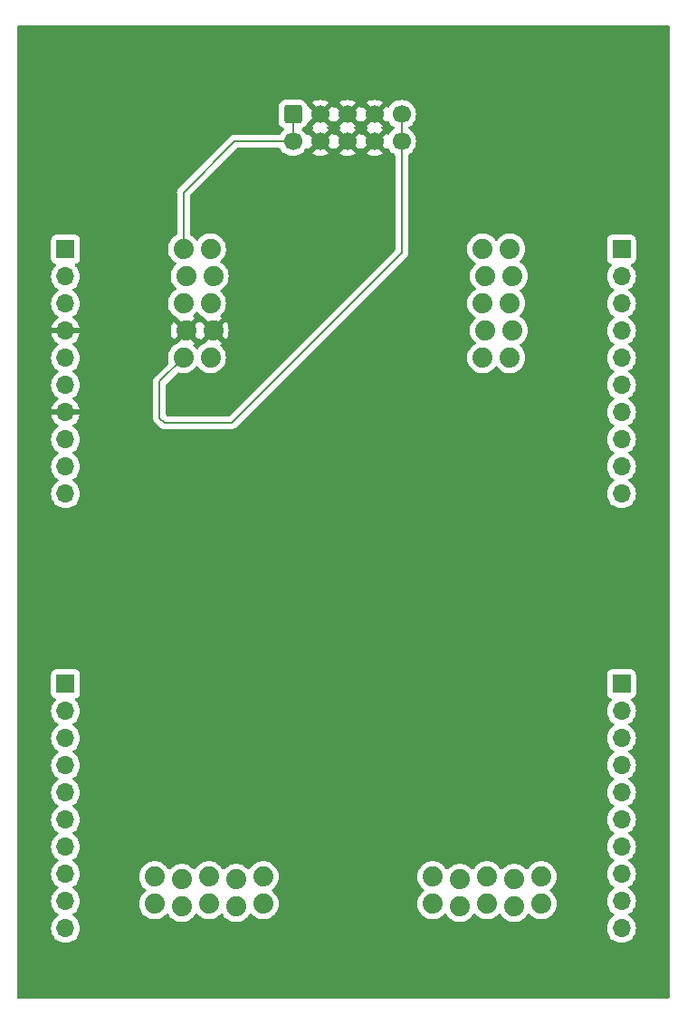
<source format=gbr>
%TF.GenerationSoftware,KiCad,Pcbnew,7.0.10*%
%TF.CreationDate,2024-02-02T23:11:49-08:00*%
%TF.ProjectId,Patch_SM_Breadboard_Adapter,50617463-685f-4534-9d5f-427265616462,rev?*%
%TF.SameCoordinates,Original*%
%TF.FileFunction,Copper,L2,Bot*%
%TF.FilePolarity,Positive*%
%FSLAX46Y46*%
G04 Gerber Fmt 4.6, Leading zero omitted, Abs format (unit mm)*
G04 Created by KiCad (PCBNEW 7.0.10) date 2024-02-02 23:11:49*
%MOMM*%
%LPD*%
G01*
G04 APERTURE LIST*
G04 Aperture macros list*
%AMRoundRect*
0 Rectangle with rounded corners*
0 $1 Rounding radius*
0 $2 $3 $4 $5 $6 $7 $8 $9 X,Y pos of 4 corners*
0 Add a 4 corners polygon primitive as box body*
4,1,4,$2,$3,$4,$5,$6,$7,$8,$9,$2,$3,0*
0 Add four circle primitives for the rounded corners*
1,1,$1+$1,$2,$3*
1,1,$1+$1,$4,$5*
1,1,$1+$1,$6,$7*
1,1,$1+$1,$8,$9*
0 Add four rect primitives between the rounded corners*
20,1,$1+$1,$2,$3,$4,$5,0*
20,1,$1+$1,$4,$5,$6,$7,0*
20,1,$1+$1,$6,$7,$8,$9,0*
20,1,$1+$1,$8,$9,$2,$3,0*%
G04 Aperture macros list end*
%TA.AperFunction,ComponentPad*%
%ADD10C,1.879600*%
%TD*%
%TA.AperFunction,ComponentPad*%
%ADD11RoundRect,0.250000X-0.600000X0.600000X-0.600000X-0.600000X0.600000X-0.600000X0.600000X0.600000X0*%
%TD*%
%TA.AperFunction,ComponentPad*%
%ADD12C,1.700000*%
%TD*%
%TA.AperFunction,ComponentPad*%
%ADD13R,1.700000X1.700000*%
%TD*%
%TA.AperFunction,ComponentPad*%
%ADD14O,1.700000X1.700000*%
%TD*%
%TA.AperFunction,Conductor*%
%ADD15C,0.200000*%
%TD*%
G04 APERTURE END LIST*
D10*
%TO.P,U$1,D1*%
%TO.N,D1*%
X64023000Y-41405000D03*
%TO.P,U$1,D10*%
%TO.N,D10*%
X66563000Y-41405000D03*
%TO.P,U$1,D2*%
%TO.N,D2*%
X64277000Y-43945000D03*
%TO.P,U$1,D9*%
%TO.N,D9*%
X66817000Y-43945000D03*
%TO.P,U$1,D3*%
%TO.N,D3*%
X64023000Y-46485000D03*
%TO.P,U$1,D8*%
%TO.N,D8*%
X66563000Y-46485000D03*
%TO.P,U$1,D4*%
%TO.N,D4*%
X64277000Y-49025000D03*
%TO.P,U$1,D7*%
%TO.N,D7*%
X66817000Y-49025000D03*
%TO.P,U$1,D5*%
%TO.N,D5*%
X64023000Y-51565000D03*
%TO.P,U$1,D6*%
%TO.N,D6*%
X66563000Y-51565000D03*
%TO.P,U$1,C6*%
%TO.N,C6*%
X69500000Y-100088000D03*
%TO.P,U$1,C5*%
%TO.N,C5*%
X69500000Y-102628000D03*
%TO.P,U$1,C7*%
%TO.N,C7*%
X66960000Y-100342000D03*
%TO.P,U$1,C4*%
%TO.N,C4*%
X66960000Y-102882000D03*
%TO.P,U$1,C8*%
%TO.N,C8*%
X64420000Y-100088000D03*
%TO.P,U$1,C3*%
%TO.N,C3*%
X64420000Y-102628000D03*
%TO.P,U$1,C9*%
%TO.N,C9*%
X61880000Y-100342000D03*
%TO.P,U$1,C2*%
%TO.N,C2*%
X61880000Y-102882000D03*
%TO.P,U$1,C10*%
%TO.N,C10*%
X59340000Y-100088000D03*
%TO.P,U$1,C1*%
%TO.N,C1*%
X59340000Y-102628000D03*
%TO.P,U$1,B6*%
%TO.N,B6*%
X43500000Y-100088000D03*
%TO.P,U$1,B5*%
%TO.N,B5*%
X43500000Y-102628000D03*
%TO.P,U$1,B7*%
%TO.N,B7*%
X40960000Y-100342000D03*
%TO.P,U$1,B4*%
%TO.N,B4*%
X40960000Y-102882000D03*
%TO.P,U$1,B8*%
%TO.N,B8*%
X38420000Y-100088000D03*
%TO.P,U$1,B3*%
%TO.N,B3*%
X38420000Y-102628000D03*
%TO.P,U$1,B9*%
%TO.N,B9*%
X35880000Y-100342000D03*
%TO.P,U$1,B2*%
%TO.N,B2*%
X35880000Y-102882000D03*
%TO.P,U$1,B10*%
%TO.N,B10*%
X33340000Y-100088000D03*
%TO.P,U$1,B1*%
%TO.N,B1*%
X33340000Y-102628000D03*
%TO.P,U$1,A1*%
%TO.N,-12V*%
X36023000Y-41405000D03*
%TO.P,U$1,A10*%
%TO.N,A10*%
X38563000Y-41405000D03*
%TO.P,U$1,A2*%
%TO.N,A2*%
X36277000Y-43945000D03*
%TO.P,U$1,A9*%
%TO.N,A9*%
X38817000Y-43945000D03*
%TO.P,U$1,A3*%
%TO.N,A3*%
X36023000Y-46485000D03*
%TO.P,U$1,A8*%
%TO.N,A8*%
X38563000Y-46485000D03*
%TO.P,U$1,A4*%
%TO.N,GND*%
X36277000Y-49025000D03*
%TO.P,U$1,A7*%
X38817000Y-49025000D03*
%TO.P,U$1,A5*%
%TO.N,+12V*%
X36023000Y-51565000D03*
%TO.P,U$1,A6*%
%TO.N,A6*%
X38563000Y-51565000D03*
%TD*%
D11*
%TO.P,REF\u002A\u002A,1*%
%TO.N,-12V*%
X46270000Y-28815000D03*
D12*
%TO.P,REF\u002A\u002A,2*%
X46270000Y-31355000D03*
%TO.P,REF\u002A\u002A,3*%
%TO.N,GND*%
X48810000Y-28815000D03*
%TO.P,REF\u002A\u002A,4*%
X48810000Y-31355000D03*
%TO.P,REF\u002A\u002A,5*%
X51350000Y-28815000D03*
%TO.P,REF\u002A\u002A,6*%
X51350000Y-31355000D03*
%TO.P,REF\u002A\u002A,7*%
X53890000Y-28815000D03*
%TO.P,REF\u002A\u002A,8*%
X53890000Y-31355000D03*
%TO.P,REF\u002A\u002A,9*%
%TO.N,+12V*%
X56430000Y-28815000D03*
%TO.P,REF\u002A\u002A,10*%
X56430000Y-31355000D03*
%TD*%
D13*
%TO.P,B,1*%
%TO.N,B1*%
X25000000Y-82070000D03*
D14*
%TO.P,B,2*%
%TO.N,B2*%
X25000000Y-84610000D03*
%TO.P,B,3*%
%TO.N,B3*%
X25000000Y-87150000D03*
%TO.P,B,4*%
%TO.N,B4*%
X25000000Y-89690000D03*
%TO.P,B,5*%
%TO.N,B5*%
X25000000Y-92230000D03*
%TO.P,B,6*%
%TO.N,B6*%
X25000000Y-94770000D03*
%TO.P,B,7*%
%TO.N,B7*%
X25000000Y-97310000D03*
%TO.P,B,8*%
%TO.N,B8*%
X25000000Y-99850000D03*
%TO.P,B,9*%
%TO.N,B9*%
X25000000Y-102390000D03*
%TO.P,B,10*%
%TO.N,B10*%
X25000000Y-104930000D03*
%TD*%
D13*
%TO.P,C,1*%
%TO.N,C1*%
X77000000Y-82070000D03*
D14*
%TO.P,C,2*%
%TO.N,C2*%
X77000000Y-84610000D03*
%TO.P,C,3*%
%TO.N,C3*%
X77000000Y-87150000D03*
%TO.P,C,4*%
%TO.N,C4*%
X77000000Y-89690000D03*
%TO.P,C,5*%
%TO.N,C5*%
X77000000Y-92230000D03*
%TO.P,C,6*%
%TO.N,C6*%
X77000000Y-94770000D03*
%TO.P,C,7*%
%TO.N,C7*%
X77000000Y-97310000D03*
%TO.P,C,8*%
%TO.N,C8*%
X77000000Y-99850000D03*
%TO.P,C,9*%
%TO.N,C9*%
X77000000Y-102390000D03*
%TO.P,C,10*%
%TO.N,C10*%
X77000000Y-104930000D03*
%TD*%
D13*
%TO.P,D,1*%
%TO.N,D1*%
X77000000Y-41430000D03*
D14*
%TO.P,D,2*%
%TO.N,D2*%
X77000000Y-43970000D03*
%TO.P,D,3*%
%TO.N,D3*%
X77000000Y-46510000D03*
%TO.P,D,4*%
%TO.N,D4*%
X77000000Y-49050000D03*
%TO.P,D,5*%
%TO.N,D5*%
X77000000Y-51590000D03*
%TO.P,D,6*%
%TO.N,D6*%
X77000000Y-54130000D03*
%TO.P,D,7*%
%TO.N,D7*%
X77000000Y-56670000D03*
%TO.P,D,8*%
%TO.N,D8*%
X77000000Y-59210000D03*
%TO.P,D,9*%
%TO.N,D9*%
X77000000Y-61750000D03*
%TO.P,D,10*%
%TO.N,D10*%
X77000000Y-64290000D03*
%TD*%
D13*
%TO.P,A,1*%
%TO.N,-12V*%
X25000000Y-41430000D03*
D14*
%TO.P,A,2*%
%TO.N,A2*%
X25000000Y-43970000D03*
%TO.P,A,3*%
%TO.N,A3*%
X25000000Y-46510000D03*
%TO.P,A,4*%
%TO.N,GND*%
X25000000Y-49050000D03*
%TO.P,A,5*%
%TO.N,+12V*%
X25000000Y-51590000D03*
%TO.P,A,6*%
%TO.N,A6*%
X25000000Y-54130000D03*
%TO.P,A,7*%
%TO.N,GND*%
X25000000Y-56670000D03*
%TO.P,A,8*%
%TO.N,A8*%
X25000000Y-59210000D03*
%TO.P,A,9*%
%TO.N,A9*%
X25000000Y-61750000D03*
%TO.P,A,10*%
%TO.N,A10*%
X25000000Y-64290000D03*
%TD*%
D15*
%TO.N,+12V*%
X56430000Y-31355000D02*
X56430000Y-41765000D01*
X34289314Y-57685000D02*
X33805000Y-57200685D01*
X56430000Y-41765000D02*
X40510000Y-57685000D01*
X33805000Y-57200685D02*
X33805000Y-53783000D01*
X40510000Y-57685000D02*
X34289314Y-57685000D01*
X33805000Y-53783000D02*
X36023000Y-51565000D01*
X56430000Y-28815000D02*
X56430000Y-31355000D01*
%TO.N,-12V*%
X46270000Y-28815000D02*
X46270000Y-31355000D01*
X36023000Y-41405000D02*
X36023000Y-36127000D01*
X36023000Y-36127000D02*
X40795000Y-31355000D01*
X40795000Y-31355000D02*
X46270000Y-31355000D01*
%TD*%
%TA.AperFunction,Conductor*%
%TO.N,GND*%
G36*
X53430507Y-31564844D02*
G01*
X53508239Y-31685798D01*
X53616900Y-31779952D01*
X53747685Y-31839680D01*
X53757466Y-31841086D01*
X53128625Y-32469925D01*
X53212421Y-32528599D01*
X53426507Y-32628429D01*
X53426516Y-32628433D01*
X53654673Y-32689567D01*
X53654684Y-32689569D01*
X53889998Y-32710157D01*
X53890002Y-32710157D01*
X54125315Y-32689569D01*
X54125326Y-32689567D01*
X54353483Y-32628433D01*
X54353492Y-32628429D01*
X54567578Y-32528600D01*
X54567582Y-32528598D01*
X54651373Y-32469926D01*
X54651373Y-32469925D01*
X54022533Y-31841086D01*
X54032315Y-31839680D01*
X54163100Y-31779952D01*
X54271761Y-31685798D01*
X54349493Y-31564844D01*
X54373076Y-31484524D01*
X55004925Y-32116373D01*
X55058119Y-32040405D01*
X55112696Y-31996781D01*
X55182195Y-31989588D01*
X55244549Y-32021110D01*
X55261269Y-32040405D01*
X55391505Y-32226401D01*
X55558599Y-32393495D01*
X55655384Y-32461265D01*
X55752165Y-32529032D01*
X55752167Y-32529033D01*
X55752170Y-32529035D01*
X55757898Y-32531706D01*
X55810339Y-32577872D01*
X55829500Y-32644090D01*
X55829500Y-41464903D01*
X55809815Y-41531942D01*
X55793181Y-41552584D01*
X40297584Y-57048181D01*
X40236261Y-57081666D01*
X40209903Y-57084500D01*
X34589413Y-57084500D01*
X34522374Y-57064815D01*
X34501731Y-57048181D01*
X34441818Y-56988267D01*
X34408334Y-56926943D01*
X34405500Y-56900586D01*
X34405500Y-54083096D01*
X34425185Y-54016057D01*
X34441814Y-53995419D01*
X35466835Y-52970398D01*
X35528156Y-52936915D01*
X35594776Y-52940799D01*
X35638950Y-52955965D01*
X35668215Y-52966012D01*
X35694511Y-52970400D01*
X35903653Y-53005300D01*
X35903654Y-53005300D01*
X36142346Y-53005300D01*
X36142347Y-53005300D01*
X36377784Y-52966012D01*
X36603545Y-52888509D01*
X36813469Y-52774903D01*
X37001832Y-52628295D01*
X37163494Y-52452682D01*
X37189191Y-52413350D01*
X37242337Y-52367993D01*
X37311568Y-52358569D01*
X37374904Y-52388071D01*
X37396809Y-52413350D01*
X37422506Y-52452682D01*
X37584168Y-52628295D01*
X37772531Y-52774903D01*
X37982455Y-52888509D01*
X38208216Y-52966012D01*
X38443653Y-53005300D01*
X38443654Y-53005300D01*
X38682346Y-53005300D01*
X38682347Y-53005300D01*
X38917784Y-52966012D01*
X39143545Y-52888509D01*
X39353469Y-52774903D01*
X39541832Y-52628295D01*
X39703494Y-52452682D01*
X39834047Y-52252856D01*
X39929929Y-52034267D01*
X39988525Y-51802878D01*
X39988526Y-51802869D01*
X40008236Y-51565005D01*
X40008236Y-51564994D01*
X39988526Y-51327130D01*
X39988524Y-51327118D01*
X39929929Y-51095732D01*
X39834048Y-50877147D01*
X39834047Y-50877144D01*
X39703494Y-50677318D01*
X39541832Y-50501705D01*
X39515898Y-50481520D01*
X39475086Y-50424810D01*
X39471411Y-50355037D01*
X39506042Y-50294354D01*
X39533044Y-50274612D01*
X39607191Y-50234485D01*
X39607197Y-50234481D01*
X39644158Y-50205713D01*
X39644159Y-50205711D01*
X38956600Y-49518152D01*
X38961592Y-49517435D01*
X39094470Y-49456752D01*
X39204869Y-49361090D01*
X39283845Y-49238201D01*
X39306522Y-49160969D01*
X39996942Y-49851389D01*
X40087608Y-49712614D01*
X40183454Y-49494104D01*
X40242030Y-49262796D01*
X40242032Y-49262788D01*
X40261735Y-49025006D01*
X40261735Y-49024993D01*
X40242032Y-48787211D01*
X40242030Y-48787203D01*
X40183454Y-48555895D01*
X40087607Y-48337382D01*
X39996942Y-48198609D01*
X39306521Y-48889029D01*
X39283845Y-48811799D01*
X39204869Y-48688910D01*
X39094470Y-48593248D01*
X38961592Y-48532565D01*
X38956599Y-48531847D01*
X39644158Y-47844286D01*
X39644158Y-47844284D01*
X39607203Y-47815521D01*
X39607197Y-47815517D01*
X39533043Y-47775387D01*
X39483453Y-47726167D01*
X39468345Y-47657950D01*
X39492516Y-47592395D01*
X39515893Y-47568483D01*
X39541832Y-47548295D01*
X39703494Y-47372682D01*
X39834047Y-47172856D01*
X39929929Y-46954267D01*
X39988525Y-46722878D01*
X39988526Y-46722869D01*
X40008236Y-46485005D01*
X40008236Y-46484994D01*
X39988526Y-46247130D01*
X39988524Y-46247118D01*
X39929929Y-46015732D01*
X39834048Y-45797147D01*
X39834047Y-45797144D01*
X39703494Y-45597318D01*
X39541832Y-45421705D01*
X39516327Y-45401854D01*
X39475515Y-45345144D01*
X39471842Y-45275371D01*
X39506473Y-45214688D01*
X39533472Y-45194948D01*
X39607469Y-45154903D01*
X39795832Y-45008295D01*
X39957494Y-44832682D01*
X40088047Y-44632856D01*
X40183929Y-44414267D01*
X40242525Y-44182878D01*
X40242526Y-44182869D01*
X40262236Y-43945005D01*
X40262236Y-43944994D01*
X40242526Y-43707130D01*
X40242524Y-43707118D01*
X40183929Y-43475732D01*
X40088048Y-43257147D01*
X40088047Y-43257144D01*
X39957494Y-43057318D01*
X39795832Y-42881705D01*
X39607469Y-42735097D01*
X39607462Y-42735092D01*
X39533473Y-42695051D01*
X39483882Y-42645832D01*
X39468775Y-42577615D01*
X39492946Y-42512059D01*
X39516327Y-42488145D01*
X39541832Y-42468295D01*
X39703494Y-42292682D01*
X39834047Y-42092856D01*
X39929929Y-41874267D01*
X39988525Y-41642878D01*
X39996007Y-41552584D01*
X40008236Y-41405005D01*
X40008236Y-41404994D01*
X39988526Y-41167130D01*
X39988524Y-41167118D01*
X39929929Y-40935732D01*
X39834048Y-40717147D01*
X39834047Y-40717144D01*
X39703494Y-40517318D01*
X39541832Y-40341705D01*
X39353469Y-40195097D01*
X39244641Y-40136202D01*
X39143546Y-40081491D01*
X39143541Y-40081489D01*
X38917786Y-40003988D01*
X38760826Y-39977796D01*
X38682347Y-39964700D01*
X38443653Y-39964700D01*
X38384793Y-39974522D01*
X38208213Y-40003988D01*
X37982458Y-40081489D01*
X37982453Y-40081491D01*
X37772529Y-40195098D01*
X37584169Y-40341704D01*
X37422508Y-40517315D01*
X37422506Y-40517317D01*
X37422506Y-40517318D01*
X37412830Y-40532129D01*
X37396808Y-40556652D01*
X37343661Y-40602008D01*
X37274430Y-40611431D01*
X37211094Y-40581928D01*
X37189192Y-40556652D01*
X37173174Y-40532135D01*
X37163494Y-40517318D01*
X37001832Y-40341705D01*
X36813469Y-40195097D01*
X36813466Y-40195095D01*
X36688481Y-40127455D01*
X36638891Y-40078235D01*
X36623500Y-40018401D01*
X36623500Y-36427097D01*
X36643185Y-36360058D01*
X36659819Y-36339416D01*
X41007416Y-31991819D01*
X41068739Y-31958334D01*
X41095097Y-31955500D01*
X44980909Y-31955500D01*
X45047948Y-31975185D01*
X45093292Y-32027097D01*
X45095965Y-32032830D01*
X45231505Y-32226401D01*
X45398599Y-32393495D01*
X45495384Y-32461265D01*
X45592165Y-32529032D01*
X45592167Y-32529033D01*
X45592170Y-32529035D01*
X45806337Y-32628903D01*
X46034592Y-32690063D01*
X46222918Y-32706539D01*
X46269999Y-32710659D01*
X46270000Y-32710659D01*
X46270001Y-32710659D01*
X46309234Y-32707226D01*
X46505408Y-32690063D01*
X46733663Y-32628903D01*
X46947830Y-32529035D01*
X47141401Y-32393495D01*
X47308495Y-32226401D01*
X47438732Y-32040403D01*
X47493307Y-31996780D01*
X47562805Y-31989586D01*
X47625160Y-32021109D01*
X47641880Y-32040405D01*
X47695073Y-32116373D01*
X48326923Y-31484523D01*
X48350507Y-31564844D01*
X48428239Y-31685798D01*
X48536900Y-31779952D01*
X48667685Y-31839680D01*
X48677466Y-31841086D01*
X48048625Y-32469925D01*
X48132421Y-32528599D01*
X48346507Y-32628429D01*
X48346516Y-32628433D01*
X48574673Y-32689567D01*
X48574684Y-32689569D01*
X48809998Y-32710157D01*
X48810002Y-32710157D01*
X49045315Y-32689569D01*
X49045326Y-32689567D01*
X49273483Y-32628433D01*
X49273492Y-32628429D01*
X49487578Y-32528600D01*
X49487582Y-32528598D01*
X49571373Y-32469926D01*
X49571373Y-32469925D01*
X48942533Y-31841086D01*
X48952315Y-31839680D01*
X49083100Y-31779952D01*
X49191761Y-31685798D01*
X49269493Y-31564844D01*
X49293076Y-31484524D01*
X49924925Y-32116373D01*
X49978425Y-32039968D01*
X50033002Y-31996344D01*
X50102501Y-31989151D01*
X50164855Y-32020673D01*
X50181576Y-32039969D01*
X50235073Y-32116372D01*
X50866922Y-31484523D01*
X50890507Y-31564844D01*
X50968239Y-31685798D01*
X51076900Y-31779952D01*
X51207685Y-31839680D01*
X51217466Y-31841086D01*
X50588625Y-32469925D01*
X50672421Y-32528599D01*
X50886507Y-32628429D01*
X50886516Y-32628433D01*
X51114673Y-32689567D01*
X51114684Y-32689569D01*
X51349998Y-32710157D01*
X51350002Y-32710157D01*
X51585315Y-32689569D01*
X51585326Y-32689567D01*
X51813483Y-32628433D01*
X51813492Y-32628429D01*
X52027578Y-32528600D01*
X52027582Y-32528598D01*
X52111373Y-32469926D01*
X52111373Y-32469925D01*
X51482533Y-31841086D01*
X51492315Y-31839680D01*
X51623100Y-31779952D01*
X51731761Y-31685798D01*
X51809493Y-31564844D01*
X51833076Y-31484524D01*
X52464925Y-32116373D01*
X52518425Y-32039968D01*
X52573002Y-31996344D01*
X52642501Y-31989151D01*
X52704855Y-32020673D01*
X52721576Y-32039969D01*
X52775073Y-32116372D01*
X53406922Y-31484523D01*
X53430507Y-31564844D01*
G37*
%TD.AperFunction*%
%TA.AperFunction,Conductor*%
G36*
X38350155Y-49238201D02*
G01*
X38429131Y-49361090D01*
X38539530Y-49456752D01*
X38672408Y-49517435D01*
X38677399Y-49518152D01*
X37971744Y-50223807D01*
X37971349Y-50225548D01*
X37922098Y-50274154D01*
X37878960Y-50297500D01*
X37772529Y-50355098D01*
X37584169Y-50501704D01*
X37422508Y-50677315D01*
X37396808Y-50716652D01*
X37343661Y-50762008D01*
X37274430Y-50771431D01*
X37211094Y-50741928D01*
X37189192Y-50716652D01*
X37163494Y-50677318D01*
X37001832Y-50501705D01*
X36975898Y-50481520D01*
X36935086Y-50424810D01*
X36931411Y-50355037D01*
X36966042Y-50294354D01*
X36993044Y-50274612D01*
X37067191Y-50234485D01*
X37067197Y-50234481D01*
X37104158Y-50205713D01*
X37104159Y-50205711D01*
X36416600Y-49518152D01*
X36421592Y-49517435D01*
X36554470Y-49456752D01*
X36664869Y-49361090D01*
X36743845Y-49238201D01*
X36766522Y-49160969D01*
X37456942Y-49851389D01*
X37469363Y-49850101D01*
X37496335Y-49827082D01*
X37565566Y-49817658D01*
X37628902Y-49847159D01*
X37632124Y-49850878D01*
X37637055Y-49851389D01*
X38327477Y-49160968D01*
X38350155Y-49238201D01*
G37*
%TD.AperFunction*%
%TA.AperFunction,Conductor*%
G36*
X37374904Y-47308071D02*
G01*
X37396809Y-47333350D01*
X37422506Y-47372682D01*
X37584168Y-47548295D01*
X37772531Y-47694903D01*
X37922098Y-47775845D01*
X37971687Y-47825064D01*
X37971996Y-47826443D01*
X38677400Y-48531847D01*
X38672408Y-48532565D01*
X38539530Y-48593248D01*
X38429131Y-48688910D01*
X38350155Y-48811799D01*
X38327477Y-48889031D01*
X37637055Y-48198609D01*
X37624632Y-48199897D01*
X37597658Y-48222918D01*
X37528427Y-48232339D01*
X37465092Y-48202836D01*
X37461872Y-48199120D01*
X37456942Y-48198609D01*
X36766521Y-48889029D01*
X36743845Y-48811799D01*
X36664869Y-48688910D01*
X36554470Y-48593248D01*
X36421592Y-48532565D01*
X36416599Y-48531847D01*
X37104158Y-47844286D01*
X37104158Y-47844284D01*
X37067203Y-47815521D01*
X37067197Y-47815517D01*
X36993043Y-47775387D01*
X36943453Y-47726167D01*
X36928345Y-47657950D01*
X36952516Y-47592395D01*
X36975893Y-47568483D01*
X37001832Y-47548295D01*
X37163494Y-47372682D01*
X37189191Y-47333350D01*
X37242337Y-47287993D01*
X37311568Y-47278569D01*
X37374904Y-47308071D01*
G37*
%TD.AperFunction*%
%TA.AperFunction,Conductor*%
G36*
X48350507Y-29024844D02*
G01*
X48428239Y-29145798D01*
X48536900Y-29239952D01*
X48667685Y-29299680D01*
X48677466Y-29301086D01*
X48048625Y-29929925D01*
X48125031Y-29983425D01*
X48168655Y-30038002D01*
X48175848Y-30107501D01*
X48144326Y-30169855D01*
X48125029Y-30186576D01*
X48048625Y-30240072D01*
X48677466Y-30868913D01*
X48667685Y-30870320D01*
X48536900Y-30930048D01*
X48428239Y-31024202D01*
X48350507Y-31145156D01*
X48326923Y-31225476D01*
X47695073Y-30593626D01*
X47641881Y-30669594D01*
X47587304Y-30713219D01*
X47517806Y-30720413D01*
X47455451Y-30688891D01*
X47438730Y-30669594D01*
X47308494Y-30483597D01*
X47141398Y-30316501D01*
X47140030Y-30315354D01*
X47139592Y-30314696D01*
X47137573Y-30312677D01*
X47137978Y-30312271D01*
X47101330Y-30257182D01*
X47100224Y-30187321D01*
X47137063Y-30127952D01*
X47180737Y-30102662D01*
X47189334Y-30099814D01*
X47338656Y-30007712D01*
X47462712Y-29883656D01*
X47554814Y-29734334D01*
X47578794Y-29661965D01*
X47618565Y-29604523D01*
X47683081Y-29577699D01*
X47693861Y-29577585D01*
X48326923Y-28944523D01*
X48350507Y-29024844D01*
G37*
%TD.AperFunction*%
%TA.AperFunction,Conductor*%
G36*
X50890507Y-29024844D02*
G01*
X50968239Y-29145798D01*
X51076900Y-29239952D01*
X51207685Y-29299680D01*
X51217466Y-29301086D01*
X50588625Y-29929925D01*
X50665031Y-29983425D01*
X50708655Y-30038002D01*
X50715848Y-30107501D01*
X50684326Y-30169855D01*
X50665029Y-30186576D01*
X50588625Y-30240072D01*
X51217466Y-30868913D01*
X51207685Y-30870320D01*
X51076900Y-30930048D01*
X50968239Y-31024202D01*
X50890507Y-31145156D01*
X50866923Y-31225476D01*
X50235072Y-30593625D01*
X50235072Y-30593626D01*
X50181574Y-30670030D01*
X50126998Y-30713655D01*
X50057499Y-30720849D01*
X49995144Y-30689326D01*
X49978424Y-30670030D01*
X49924925Y-30593626D01*
X49924925Y-30593625D01*
X49293076Y-31225475D01*
X49269493Y-31145156D01*
X49191761Y-31024202D01*
X49083100Y-30930048D01*
X48952315Y-30870320D01*
X48942533Y-30868913D01*
X49571373Y-30240073D01*
X49494969Y-30186576D01*
X49451344Y-30131999D01*
X49444150Y-30062501D01*
X49475672Y-30000146D01*
X49494968Y-29983425D01*
X49571373Y-29929925D01*
X48942533Y-29301086D01*
X48952315Y-29299680D01*
X49083100Y-29239952D01*
X49191761Y-29145798D01*
X49269493Y-29024844D01*
X49293076Y-28944524D01*
X49924925Y-29576373D01*
X49978425Y-29499968D01*
X50033002Y-29456344D01*
X50102501Y-29449151D01*
X50164855Y-29480673D01*
X50181576Y-29499969D01*
X50235073Y-29576372D01*
X50866922Y-28944523D01*
X50890507Y-29024844D01*
G37*
%TD.AperFunction*%
%TA.AperFunction,Conductor*%
G36*
X53430507Y-29024844D02*
G01*
X53508239Y-29145798D01*
X53616900Y-29239952D01*
X53747685Y-29299680D01*
X53757466Y-29301086D01*
X53128625Y-29929925D01*
X53205031Y-29983425D01*
X53248655Y-30038002D01*
X53255848Y-30107501D01*
X53224326Y-30169855D01*
X53205029Y-30186576D01*
X53128625Y-30240072D01*
X53757466Y-30868913D01*
X53747685Y-30870320D01*
X53616900Y-30930048D01*
X53508239Y-31024202D01*
X53430507Y-31145156D01*
X53406923Y-31225476D01*
X52775072Y-30593625D01*
X52775072Y-30593626D01*
X52721574Y-30670030D01*
X52666998Y-30713655D01*
X52597499Y-30720849D01*
X52535144Y-30689326D01*
X52518424Y-30670030D01*
X52464925Y-30593626D01*
X52464925Y-30593625D01*
X51833076Y-31225475D01*
X51809493Y-31145156D01*
X51731761Y-31024202D01*
X51623100Y-30930048D01*
X51492315Y-30870320D01*
X51482533Y-30868913D01*
X52111373Y-30240073D01*
X52034969Y-30186576D01*
X51991344Y-30131999D01*
X51984150Y-30062501D01*
X52015672Y-30000146D01*
X52034968Y-29983425D01*
X52111373Y-29929925D01*
X51482533Y-29301086D01*
X51492315Y-29299680D01*
X51623100Y-29239952D01*
X51731761Y-29145798D01*
X51809493Y-29024844D01*
X51833076Y-28944524D01*
X52464925Y-29576373D01*
X52518425Y-29499968D01*
X52573002Y-29456344D01*
X52642501Y-29449151D01*
X52704855Y-29480673D01*
X52721576Y-29499969D01*
X52775073Y-29576372D01*
X53406922Y-28944523D01*
X53430507Y-29024844D01*
G37*
%TD.AperFunction*%
%TA.AperFunction,Conductor*%
G36*
X55004925Y-29576373D02*
G01*
X55058119Y-29500405D01*
X55112696Y-29456781D01*
X55182195Y-29449588D01*
X55244549Y-29481110D01*
X55261269Y-29500405D01*
X55391505Y-29686401D01*
X55391506Y-29686402D01*
X55558597Y-29853493D01*
X55558603Y-29853498D01*
X55744158Y-29983425D01*
X55787783Y-30038002D01*
X55794977Y-30107500D01*
X55763454Y-30169855D01*
X55744158Y-30186575D01*
X55558597Y-30316505D01*
X55391505Y-30483597D01*
X55261269Y-30669595D01*
X55206692Y-30713220D01*
X55137194Y-30720414D01*
X55074839Y-30688891D01*
X55058119Y-30669595D01*
X55004925Y-30593626D01*
X55004925Y-30593625D01*
X54373076Y-31225475D01*
X54349493Y-31145156D01*
X54271761Y-31024202D01*
X54163100Y-30930048D01*
X54032315Y-30870320D01*
X54022533Y-30868913D01*
X54651373Y-30240073D01*
X54574969Y-30186576D01*
X54531344Y-30131999D01*
X54524150Y-30062501D01*
X54555672Y-30000146D01*
X54574968Y-29983425D01*
X54651373Y-29929925D01*
X54022533Y-29301086D01*
X54032315Y-29299680D01*
X54163100Y-29239952D01*
X54271761Y-29145798D01*
X54349493Y-29024844D01*
X54373076Y-28944524D01*
X55004925Y-29576373D01*
G37*
%TD.AperFunction*%
%TA.AperFunction,Conductor*%
G36*
X81442539Y-20520185D02*
G01*
X81488294Y-20572989D01*
X81499500Y-20624500D01*
X81499500Y-111375500D01*
X81479815Y-111442539D01*
X81427011Y-111488294D01*
X81375500Y-111499500D01*
X20624500Y-111499500D01*
X20557461Y-111479815D01*
X20511706Y-111427011D01*
X20500500Y-111375500D01*
X20500500Y-104930000D01*
X23644341Y-104930000D01*
X23664936Y-105165403D01*
X23664938Y-105165413D01*
X23726094Y-105393655D01*
X23726096Y-105393659D01*
X23726097Y-105393663D01*
X23825965Y-105607830D01*
X23825967Y-105607834D01*
X23934281Y-105762521D01*
X23961505Y-105801401D01*
X24128599Y-105968495D01*
X24225384Y-106036265D01*
X24322165Y-106104032D01*
X24322167Y-106104033D01*
X24322170Y-106104035D01*
X24536337Y-106203903D01*
X24764592Y-106265063D01*
X24952918Y-106281539D01*
X24999999Y-106285659D01*
X25000000Y-106285659D01*
X25000001Y-106285659D01*
X25039234Y-106282226D01*
X25235408Y-106265063D01*
X25463663Y-106203903D01*
X25677830Y-106104035D01*
X25871401Y-105968495D01*
X26038495Y-105801401D01*
X26174035Y-105607830D01*
X26273903Y-105393663D01*
X26335063Y-105165408D01*
X26355659Y-104930000D01*
X75644341Y-104930000D01*
X75664936Y-105165403D01*
X75664938Y-105165413D01*
X75726094Y-105393655D01*
X75726096Y-105393659D01*
X75726097Y-105393663D01*
X75825965Y-105607830D01*
X75825967Y-105607834D01*
X75934281Y-105762521D01*
X75961505Y-105801401D01*
X76128599Y-105968495D01*
X76225384Y-106036265D01*
X76322165Y-106104032D01*
X76322167Y-106104033D01*
X76322170Y-106104035D01*
X76536337Y-106203903D01*
X76764592Y-106265063D01*
X76952918Y-106281539D01*
X76999999Y-106285659D01*
X77000000Y-106285659D01*
X77000001Y-106285659D01*
X77039234Y-106282226D01*
X77235408Y-106265063D01*
X77463663Y-106203903D01*
X77677830Y-106104035D01*
X77871401Y-105968495D01*
X78038495Y-105801401D01*
X78174035Y-105607830D01*
X78273903Y-105393663D01*
X78335063Y-105165408D01*
X78355659Y-104930000D01*
X78335063Y-104694592D01*
X78273903Y-104466337D01*
X78174035Y-104252171D01*
X78141362Y-104205508D01*
X78038494Y-104058597D01*
X77871402Y-103891506D01*
X77871396Y-103891501D01*
X77685842Y-103761575D01*
X77642217Y-103706998D01*
X77635023Y-103637500D01*
X77666546Y-103575145D01*
X77685842Y-103558425D01*
X77746885Y-103515682D01*
X77871401Y-103428495D01*
X78038495Y-103261401D01*
X78174035Y-103067830D01*
X78273903Y-102853663D01*
X78335063Y-102625408D01*
X78355659Y-102390000D01*
X78335063Y-102154592D01*
X78273903Y-101926337D01*
X78174035Y-101712171D01*
X78166433Y-101701313D01*
X78038494Y-101518597D01*
X77871402Y-101351506D01*
X77871396Y-101351501D01*
X77685842Y-101221575D01*
X77642217Y-101166998D01*
X77635023Y-101097500D01*
X77666546Y-101035145D01*
X77685842Y-101018425D01*
X77746885Y-100975682D01*
X77871401Y-100888495D01*
X78038495Y-100721401D01*
X78174035Y-100527830D01*
X78273903Y-100313663D01*
X78335063Y-100085408D01*
X78355659Y-99850000D01*
X78335063Y-99614592D01*
X78273903Y-99386337D01*
X78174035Y-99172171D01*
X78066427Y-99018489D01*
X78038494Y-98978597D01*
X77871402Y-98811506D01*
X77871396Y-98811501D01*
X77685842Y-98681575D01*
X77642217Y-98626998D01*
X77635023Y-98557500D01*
X77666546Y-98495145D01*
X77685842Y-98478425D01*
X77708026Y-98462891D01*
X77871401Y-98348495D01*
X78038495Y-98181401D01*
X78174035Y-97987830D01*
X78273903Y-97773663D01*
X78335063Y-97545408D01*
X78355659Y-97310000D01*
X78335063Y-97074592D01*
X78273903Y-96846337D01*
X78174035Y-96632171D01*
X78038495Y-96438599D01*
X78038494Y-96438597D01*
X77871402Y-96271506D01*
X77871396Y-96271501D01*
X77685842Y-96141575D01*
X77642217Y-96086998D01*
X77635023Y-96017500D01*
X77666546Y-95955145D01*
X77685842Y-95938425D01*
X77708026Y-95922891D01*
X77871401Y-95808495D01*
X78038495Y-95641401D01*
X78174035Y-95447830D01*
X78273903Y-95233663D01*
X78335063Y-95005408D01*
X78355659Y-94770000D01*
X78335063Y-94534592D01*
X78273903Y-94306337D01*
X78174035Y-94092171D01*
X78038495Y-93898599D01*
X78038494Y-93898597D01*
X77871402Y-93731506D01*
X77871396Y-93731501D01*
X77685842Y-93601575D01*
X77642217Y-93546998D01*
X77635023Y-93477500D01*
X77666546Y-93415145D01*
X77685842Y-93398425D01*
X77708026Y-93382891D01*
X77871401Y-93268495D01*
X78038495Y-93101401D01*
X78174035Y-92907830D01*
X78273903Y-92693663D01*
X78335063Y-92465408D01*
X78355659Y-92230000D01*
X78335063Y-91994592D01*
X78273903Y-91766337D01*
X78174035Y-91552171D01*
X78038495Y-91358599D01*
X78038494Y-91358597D01*
X77871402Y-91191506D01*
X77871396Y-91191501D01*
X77685842Y-91061575D01*
X77642217Y-91006998D01*
X77635023Y-90937500D01*
X77666546Y-90875145D01*
X77685842Y-90858425D01*
X77708026Y-90842891D01*
X77871401Y-90728495D01*
X78038495Y-90561401D01*
X78174035Y-90367830D01*
X78273903Y-90153663D01*
X78335063Y-89925408D01*
X78355659Y-89690000D01*
X78335063Y-89454592D01*
X78273903Y-89226337D01*
X78174035Y-89012171D01*
X78038495Y-88818599D01*
X78038494Y-88818597D01*
X77871402Y-88651506D01*
X77871396Y-88651501D01*
X77685842Y-88521575D01*
X77642217Y-88466998D01*
X77635023Y-88397500D01*
X77666546Y-88335145D01*
X77685842Y-88318425D01*
X77708026Y-88302891D01*
X77871401Y-88188495D01*
X78038495Y-88021401D01*
X78174035Y-87827830D01*
X78273903Y-87613663D01*
X78335063Y-87385408D01*
X78355659Y-87150000D01*
X78335063Y-86914592D01*
X78273903Y-86686337D01*
X78174035Y-86472171D01*
X78038495Y-86278599D01*
X78038494Y-86278597D01*
X77871402Y-86111506D01*
X77871396Y-86111501D01*
X77685842Y-85981575D01*
X77642217Y-85926998D01*
X77635023Y-85857500D01*
X77666546Y-85795145D01*
X77685842Y-85778425D01*
X77708026Y-85762891D01*
X77871401Y-85648495D01*
X78038495Y-85481401D01*
X78174035Y-85287830D01*
X78273903Y-85073663D01*
X78335063Y-84845408D01*
X78355659Y-84610000D01*
X78335063Y-84374592D01*
X78273903Y-84146337D01*
X78174035Y-83932171D01*
X78038495Y-83738599D01*
X77916567Y-83616671D01*
X77883084Y-83555351D01*
X77888068Y-83485659D01*
X77929939Y-83429725D01*
X77960915Y-83412810D01*
X78092331Y-83363796D01*
X78207546Y-83277546D01*
X78293796Y-83162331D01*
X78344091Y-83027483D01*
X78350500Y-82967873D01*
X78350499Y-81172128D01*
X78344091Y-81112517D01*
X78293796Y-80977669D01*
X78293795Y-80977668D01*
X78293793Y-80977664D01*
X78207547Y-80862455D01*
X78207544Y-80862452D01*
X78092335Y-80776206D01*
X78092328Y-80776202D01*
X77957482Y-80725908D01*
X77957483Y-80725908D01*
X77897883Y-80719501D01*
X77897881Y-80719500D01*
X77897873Y-80719500D01*
X77897864Y-80719500D01*
X76102129Y-80719500D01*
X76102123Y-80719501D01*
X76042516Y-80725908D01*
X75907671Y-80776202D01*
X75907664Y-80776206D01*
X75792455Y-80862452D01*
X75792452Y-80862455D01*
X75706206Y-80977664D01*
X75706202Y-80977671D01*
X75655908Y-81112517D01*
X75649501Y-81172116D01*
X75649501Y-81172123D01*
X75649500Y-81172135D01*
X75649500Y-82967870D01*
X75649501Y-82967876D01*
X75655908Y-83027483D01*
X75706202Y-83162328D01*
X75706206Y-83162335D01*
X75792452Y-83277544D01*
X75792455Y-83277547D01*
X75907664Y-83363793D01*
X75907671Y-83363797D01*
X76039081Y-83412810D01*
X76095015Y-83454681D01*
X76119432Y-83520145D01*
X76104580Y-83588418D01*
X76083430Y-83616673D01*
X75961503Y-83738600D01*
X75825965Y-83932169D01*
X75825964Y-83932171D01*
X75726098Y-84146335D01*
X75726094Y-84146344D01*
X75664938Y-84374586D01*
X75664936Y-84374596D01*
X75644341Y-84609999D01*
X75644341Y-84610000D01*
X75664936Y-84845403D01*
X75664938Y-84845413D01*
X75726094Y-85073655D01*
X75726096Y-85073659D01*
X75726097Y-85073663D01*
X75825965Y-85287830D01*
X75825967Y-85287834D01*
X75961501Y-85481395D01*
X75961506Y-85481402D01*
X76128597Y-85648493D01*
X76128603Y-85648498D01*
X76314158Y-85778425D01*
X76357783Y-85833002D01*
X76364977Y-85902500D01*
X76333454Y-85964855D01*
X76314158Y-85981575D01*
X76128597Y-86111505D01*
X75961505Y-86278597D01*
X75825965Y-86472169D01*
X75825964Y-86472171D01*
X75726098Y-86686335D01*
X75726094Y-86686344D01*
X75664938Y-86914586D01*
X75664936Y-86914596D01*
X75644341Y-87149999D01*
X75644341Y-87150000D01*
X75664936Y-87385403D01*
X75664938Y-87385413D01*
X75726094Y-87613655D01*
X75726096Y-87613659D01*
X75726097Y-87613663D01*
X75825965Y-87827830D01*
X75825967Y-87827834D01*
X75961501Y-88021395D01*
X75961506Y-88021402D01*
X76128597Y-88188493D01*
X76128603Y-88188498D01*
X76314158Y-88318425D01*
X76357783Y-88373002D01*
X76364977Y-88442500D01*
X76333454Y-88504855D01*
X76314158Y-88521575D01*
X76128597Y-88651505D01*
X75961505Y-88818597D01*
X75825965Y-89012169D01*
X75825964Y-89012171D01*
X75726098Y-89226335D01*
X75726094Y-89226344D01*
X75664938Y-89454586D01*
X75664936Y-89454596D01*
X75644341Y-89689999D01*
X75644341Y-89690000D01*
X75664936Y-89925403D01*
X75664938Y-89925413D01*
X75726094Y-90153655D01*
X75726096Y-90153659D01*
X75726097Y-90153663D01*
X75825965Y-90367830D01*
X75825967Y-90367834D01*
X75961501Y-90561395D01*
X75961506Y-90561402D01*
X76128597Y-90728493D01*
X76128603Y-90728498D01*
X76314158Y-90858425D01*
X76357783Y-90913002D01*
X76364977Y-90982500D01*
X76333454Y-91044855D01*
X76314158Y-91061575D01*
X76128597Y-91191505D01*
X75961505Y-91358597D01*
X75825965Y-91552169D01*
X75825964Y-91552171D01*
X75726098Y-91766335D01*
X75726094Y-91766344D01*
X75664938Y-91994586D01*
X75664936Y-91994596D01*
X75644341Y-92229999D01*
X75644341Y-92230000D01*
X75664936Y-92465403D01*
X75664938Y-92465413D01*
X75726094Y-92693655D01*
X75726096Y-92693659D01*
X75726097Y-92693663D01*
X75825965Y-92907830D01*
X75825967Y-92907834D01*
X75961501Y-93101395D01*
X75961506Y-93101402D01*
X76128597Y-93268493D01*
X76128603Y-93268498D01*
X76314158Y-93398425D01*
X76357783Y-93453002D01*
X76364977Y-93522500D01*
X76333454Y-93584855D01*
X76314158Y-93601575D01*
X76128597Y-93731505D01*
X75961505Y-93898597D01*
X75825965Y-94092169D01*
X75825964Y-94092171D01*
X75726098Y-94306335D01*
X75726094Y-94306344D01*
X75664938Y-94534586D01*
X75664936Y-94534596D01*
X75644341Y-94769999D01*
X75644341Y-94770000D01*
X75664936Y-95005403D01*
X75664938Y-95005413D01*
X75726094Y-95233655D01*
X75726096Y-95233659D01*
X75726097Y-95233663D01*
X75825965Y-95447830D01*
X75825967Y-95447834D01*
X75961501Y-95641395D01*
X75961506Y-95641402D01*
X76128597Y-95808493D01*
X76128603Y-95808498D01*
X76314158Y-95938425D01*
X76357783Y-95993002D01*
X76364977Y-96062500D01*
X76333454Y-96124855D01*
X76314158Y-96141575D01*
X76128597Y-96271505D01*
X75961505Y-96438597D01*
X75825965Y-96632169D01*
X75825964Y-96632171D01*
X75726098Y-96846335D01*
X75726094Y-96846344D01*
X75664938Y-97074586D01*
X75664936Y-97074596D01*
X75644341Y-97309999D01*
X75644341Y-97310000D01*
X75664936Y-97545403D01*
X75664938Y-97545413D01*
X75726094Y-97773655D01*
X75726096Y-97773659D01*
X75726097Y-97773663D01*
X75825965Y-97987830D01*
X75825967Y-97987834D01*
X75961501Y-98181395D01*
X75961506Y-98181402D01*
X76128597Y-98348493D01*
X76128603Y-98348498D01*
X76314158Y-98478425D01*
X76357783Y-98533002D01*
X76364977Y-98602500D01*
X76333454Y-98664855D01*
X76314158Y-98681575D01*
X76128597Y-98811505D01*
X75961505Y-98978597D01*
X75825965Y-99172169D01*
X75825964Y-99172171D01*
X75726098Y-99386335D01*
X75726094Y-99386344D01*
X75664938Y-99614586D01*
X75664936Y-99614596D01*
X75644341Y-99849999D01*
X75644341Y-99850000D01*
X75664936Y-100085403D01*
X75664938Y-100085413D01*
X75726094Y-100313655D01*
X75726096Y-100313659D01*
X75726097Y-100313663D01*
X75825965Y-100527830D01*
X75825967Y-100527834D01*
X75961501Y-100721395D01*
X75961506Y-100721402D01*
X76128597Y-100888493D01*
X76128603Y-100888498D01*
X76314158Y-101018425D01*
X76357783Y-101073002D01*
X76364977Y-101142500D01*
X76333454Y-101204855D01*
X76314158Y-101221575D01*
X76128597Y-101351505D01*
X75961505Y-101518597D01*
X75825965Y-101712169D01*
X75825964Y-101712171D01*
X75726098Y-101926335D01*
X75726094Y-101926344D01*
X75664938Y-102154586D01*
X75664936Y-102154596D01*
X75644341Y-102389999D01*
X75644341Y-102390000D01*
X75664936Y-102625403D01*
X75664938Y-102625413D01*
X75726094Y-102853655D01*
X75726096Y-102853659D01*
X75726097Y-102853663D01*
X75825965Y-103067830D01*
X75825967Y-103067834D01*
X75961501Y-103261395D01*
X75961506Y-103261402D01*
X76128597Y-103428493D01*
X76128603Y-103428498D01*
X76314158Y-103558425D01*
X76357783Y-103613002D01*
X76364977Y-103682500D01*
X76333454Y-103744855D01*
X76314158Y-103761575D01*
X76128597Y-103891505D01*
X75961505Y-104058597D01*
X75825965Y-104252169D01*
X75825964Y-104252171D01*
X75726098Y-104466335D01*
X75726094Y-104466344D01*
X75664938Y-104694586D01*
X75664936Y-104694596D01*
X75644341Y-104929999D01*
X75644341Y-104930000D01*
X26355659Y-104930000D01*
X26335063Y-104694592D01*
X26273903Y-104466337D01*
X26174035Y-104252171D01*
X26141362Y-104205508D01*
X26038494Y-104058597D01*
X25871402Y-103891506D01*
X25871396Y-103891501D01*
X25685842Y-103761575D01*
X25642217Y-103706998D01*
X25635023Y-103637500D01*
X25666546Y-103575145D01*
X25685842Y-103558425D01*
X25746885Y-103515682D01*
X25871401Y-103428495D01*
X26038495Y-103261401D01*
X26174035Y-103067830D01*
X26273903Y-102853663D01*
X26334367Y-102628005D01*
X31894764Y-102628005D01*
X31914473Y-102865869D01*
X31914475Y-102865881D01*
X31973070Y-103097267D01*
X32045067Y-103261402D01*
X32068953Y-103315856D01*
X32199506Y-103515682D01*
X32361168Y-103691295D01*
X32549531Y-103837903D01*
X32759455Y-103951509D01*
X32985216Y-104029012D01*
X33220653Y-104068300D01*
X33220654Y-104068300D01*
X33459346Y-104068300D01*
X33459347Y-104068300D01*
X33694784Y-104029012D01*
X33920545Y-103951509D01*
X34130469Y-103837903D01*
X34318832Y-103691295D01*
X34427028Y-103573761D01*
X34486911Y-103537773D01*
X34556749Y-103539872D01*
X34614366Y-103579396D01*
X34622064Y-103589924D01*
X34688293Y-103691295D01*
X34739506Y-103769682D01*
X34901168Y-103945295D01*
X35089531Y-104091903D01*
X35299455Y-104205509D01*
X35525216Y-104283012D01*
X35760653Y-104322300D01*
X35760654Y-104322300D01*
X35999346Y-104322300D01*
X35999347Y-104322300D01*
X36234784Y-104283012D01*
X36460545Y-104205509D01*
X36670469Y-104091903D01*
X36858832Y-103945295D01*
X37020494Y-103769682D01*
X37137935Y-103589924D01*
X37191081Y-103544568D01*
X37260313Y-103535144D01*
X37323649Y-103564646D01*
X37332972Y-103573762D01*
X37347850Y-103589924D01*
X37433071Y-103682500D01*
X37441168Y-103691295D01*
X37629531Y-103837903D01*
X37839455Y-103951509D01*
X38065216Y-104029012D01*
X38300653Y-104068300D01*
X38300654Y-104068300D01*
X38539346Y-104068300D01*
X38539347Y-104068300D01*
X38774784Y-104029012D01*
X39000545Y-103951509D01*
X39210469Y-103837903D01*
X39398832Y-103691295D01*
X39507028Y-103573761D01*
X39566911Y-103537773D01*
X39636749Y-103539872D01*
X39694366Y-103579396D01*
X39702064Y-103589924D01*
X39768293Y-103691295D01*
X39819506Y-103769682D01*
X39981168Y-103945295D01*
X40169531Y-104091903D01*
X40379455Y-104205509D01*
X40605216Y-104283012D01*
X40840653Y-104322300D01*
X40840654Y-104322300D01*
X41079346Y-104322300D01*
X41079347Y-104322300D01*
X41314784Y-104283012D01*
X41540545Y-104205509D01*
X41750469Y-104091903D01*
X41938832Y-103945295D01*
X42100494Y-103769682D01*
X42217935Y-103589924D01*
X42271081Y-103544568D01*
X42340313Y-103535144D01*
X42403649Y-103564646D01*
X42412972Y-103573762D01*
X42427850Y-103589924D01*
X42513071Y-103682500D01*
X42521168Y-103691295D01*
X42709531Y-103837903D01*
X42919455Y-103951509D01*
X43145216Y-104029012D01*
X43380653Y-104068300D01*
X43380654Y-104068300D01*
X43619346Y-104068300D01*
X43619347Y-104068300D01*
X43854784Y-104029012D01*
X44080545Y-103951509D01*
X44290469Y-103837903D01*
X44478832Y-103691295D01*
X44640494Y-103515682D01*
X44771047Y-103315856D01*
X44866929Y-103097267D01*
X44925525Y-102865878D01*
X44945236Y-102628005D01*
X57894764Y-102628005D01*
X57914473Y-102865869D01*
X57914475Y-102865881D01*
X57973070Y-103097267D01*
X58045067Y-103261402D01*
X58068953Y-103315856D01*
X58199506Y-103515682D01*
X58361168Y-103691295D01*
X58549531Y-103837903D01*
X58759455Y-103951509D01*
X58985216Y-104029012D01*
X59220653Y-104068300D01*
X59220654Y-104068300D01*
X59459346Y-104068300D01*
X59459347Y-104068300D01*
X59694784Y-104029012D01*
X59920545Y-103951509D01*
X60130469Y-103837903D01*
X60318832Y-103691295D01*
X60427028Y-103573761D01*
X60486911Y-103537773D01*
X60556749Y-103539872D01*
X60614366Y-103579396D01*
X60622064Y-103589924D01*
X60688293Y-103691295D01*
X60739506Y-103769682D01*
X60901168Y-103945295D01*
X61089531Y-104091903D01*
X61299455Y-104205509D01*
X61525216Y-104283012D01*
X61760653Y-104322300D01*
X61760654Y-104322300D01*
X61999346Y-104322300D01*
X61999347Y-104322300D01*
X62234784Y-104283012D01*
X62460545Y-104205509D01*
X62670469Y-104091903D01*
X62858832Y-103945295D01*
X63020494Y-103769682D01*
X63137935Y-103589924D01*
X63191081Y-103544568D01*
X63260313Y-103535144D01*
X63323649Y-103564646D01*
X63332972Y-103573762D01*
X63347850Y-103589924D01*
X63433071Y-103682500D01*
X63441168Y-103691295D01*
X63629531Y-103837903D01*
X63839455Y-103951509D01*
X64065216Y-104029012D01*
X64300653Y-104068300D01*
X64300654Y-104068300D01*
X64539346Y-104068300D01*
X64539347Y-104068300D01*
X64774784Y-104029012D01*
X65000545Y-103951509D01*
X65210469Y-103837903D01*
X65398832Y-103691295D01*
X65507028Y-103573761D01*
X65566911Y-103537773D01*
X65636749Y-103539872D01*
X65694366Y-103579396D01*
X65702064Y-103589924D01*
X65768293Y-103691295D01*
X65819506Y-103769682D01*
X65981168Y-103945295D01*
X66169531Y-104091903D01*
X66379455Y-104205509D01*
X66605216Y-104283012D01*
X66840653Y-104322300D01*
X66840654Y-104322300D01*
X67079346Y-104322300D01*
X67079347Y-104322300D01*
X67314784Y-104283012D01*
X67540545Y-104205509D01*
X67750469Y-104091903D01*
X67938832Y-103945295D01*
X68100494Y-103769682D01*
X68217935Y-103589924D01*
X68271081Y-103544568D01*
X68340313Y-103535144D01*
X68403649Y-103564646D01*
X68412972Y-103573762D01*
X68427850Y-103589924D01*
X68513071Y-103682500D01*
X68521168Y-103691295D01*
X68709531Y-103837903D01*
X68919455Y-103951509D01*
X69145216Y-104029012D01*
X69380653Y-104068300D01*
X69380654Y-104068300D01*
X69619346Y-104068300D01*
X69619347Y-104068300D01*
X69854784Y-104029012D01*
X70080545Y-103951509D01*
X70290469Y-103837903D01*
X70478832Y-103691295D01*
X70640494Y-103515682D01*
X70771047Y-103315856D01*
X70866929Y-103097267D01*
X70925525Y-102865878D01*
X70945236Y-102628000D01*
X70945021Y-102625408D01*
X70925526Y-102390130D01*
X70925524Y-102390118D01*
X70866929Y-102158732D01*
X70794810Y-101994318D01*
X70771047Y-101940144D01*
X70640494Y-101740318D01*
X70478832Y-101564705D01*
X70338978Y-101455853D01*
X70298166Y-101399143D01*
X70294491Y-101329370D01*
X70329122Y-101268687D01*
X70338979Y-101260146D01*
X70478832Y-101151295D01*
X70640494Y-100975682D01*
X70771047Y-100775856D01*
X70866929Y-100557267D01*
X70925525Y-100325878D01*
X70945236Y-100088000D01*
X70945021Y-100085408D01*
X70925526Y-99850130D01*
X70925524Y-99850118D01*
X70866929Y-99618732D01*
X70794810Y-99454318D01*
X70771047Y-99400144D01*
X70640494Y-99200318D01*
X70478832Y-99024705D01*
X70290469Y-98878097D01*
X70194152Y-98825972D01*
X70080546Y-98764491D01*
X70080541Y-98764489D01*
X69854786Y-98686988D01*
X69697826Y-98660796D01*
X69619347Y-98647700D01*
X69380653Y-98647700D01*
X69321793Y-98657522D01*
X69145213Y-98686988D01*
X68919458Y-98764489D01*
X68919453Y-98764491D01*
X68709529Y-98878098D01*
X68521169Y-99024704D01*
X68359502Y-99200321D01*
X68242063Y-99380075D01*
X68188917Y-99425432D01*
X68119685Y-99434855D01*
X68056350Y-99405353D01*
X68047025Y-99396235D01*
X68037913Y-99386337D01*
X67938832Y-99278705D01*
X67750469Y-99132097D01*
X67654152Y-99079972D01*
X67540546Y-99018491D01*
X67540541Y-99018489D01*
X67314786Y-98940988D01*
X67157826Y-98914796D01*
X67079347Y-98901700D01*
X66840653Y-98901700D01*
X66781793Y-98911522D01*
X66605213Y-98940988D01*
X66379458Y-99018489D01*
X66379453Y-99018491D01*
X66169529Y-99132098D01*
X66081881Y-99200317D01*
X65981168Y-99278705D01*
X65882087Y-99386337D01*
X65872974Y-99396236D01*
X65813087Y-99432226D01*
X65743249Y-99430126D01*
X65685633Y-99390602D01*
X65677935Y-99380075D01*
X65560493Y-99200317D01*
X65534581Y-99172169D01*
X65398832Y-99024705D01*
X65210469Y-98878097D01*
X65114152Y-98825972D01*
X65000546Y-98764491D01*
X65000541Y-98764489D01*
X64774786Y-98686988D01*
X64617826Y-98660796D01*
X64539347Y-98647700D01*
X64300653Y-98647700D01*
X64241793Y-98657522D01*
X64065213Y-98686988D01*
X63839458Y-98764489D01*
X63839453Y-98764491D01*
X63629529Y-98878098D01*
X63441169Y-99024704D01*
X63279502Y-99200321D01*
X63162063Y-99380075D01*
X63108917Y-99425432D01*
X63039685Y-99434855D01*
X62976350Y-99405353D01*
X62967025Y-99396235D01*
X62957913Y-99386337D01*
X62858832Y-99278705D01*
X62670469Y-99132097D01*
X62574152Y-99079972D01*
X62460546Y-99018491D01*
X62460541Y-99018489D01*
X62234786Y-98940988D01*
X62077826Y-98914796D01*
X61999347Y-98901700D01*
X61760653Y-98901700D01*
X61701793Y-98911522D01*
X61525213Y-98940988D01*
X61299458Y-99018489D01*
X61299453Y-99018491D01*
X61089529Y-99132098D01*
X61001881Y-99200317D01*
X60901168Y-99278705D01*
X60802087Y-99386337D01*
X60792974Y-99396236D01*
X60733087Y-99432226D01*
X60663249Y-99430126D01*
X60605633Y-99390602D01*
X60597935Y-99380075D01*
X60480493Y-99200317D01*
X60454581Y-99172169D01*
X60318832Y-99024705D01*
X60130469Y-98878097D01*
X60034152Y-98825972D01*
X59920546Y-98764491D01*
X59920541Y-98764489D01*
X59694786Y-98686988D01*
X59537826Y-98660796D01*
X59459347Y-98647700D01*
X59220653Y-98647700D01*
X59161793Y-98657522D01*
X58985213Y-98686988D01*
X58759458Y-98764489D01*
X58759453Y-98764491D01*
X58549529Y-98878098D01*
X58361169Y-99024704D01*
X58199506Y-99200317D01*
X58068951Y-99400147D01*
X57973070Y-99618732D01*
X57914475Y-99850118D01*
X57914473Y-99850130D01*
X57894764Y-100087994D01*
X57894764Y-100088005D01*
X57914473Y-100325869D01*
X57914475Y-100325881D01*
X57973070Y-100557267D01*
X58045067Y-100721402D01*
X58068953Y-100775856D01*
X58199506Y-100975682D01*
X58361168Y-101151295D01*
X58361171Y-101151297D01*
X58361174Y-101151300D01*
X58501020Y-101260147D01*
X58541833Y-101316857D01*
X58545508Y-101386630D01*
X58510876Y-101447313D01*
X58501020Y-101455853D01*
X58361174Y-101564699D01*
X58361171Y-101564702D01*
X58199506Y-101740317D01*
X58068951Y-101940147D01*
X57973070Y-102158732D01*
X57914475Y-102390118D01*
X57914473Y-102390130D01*
X57894764Y-102627994D01*
X57894764Y-102628005D01*
X44945236Y-102628005D01*
X44945236Y-102628000D01*
X44945021Y-102625408D01*
X44925526Y-102390130D01*
X44925524Y-102390118D01*
X44866929Y-102158732D01*
X44794810Y-101994318D01*
X44771047Y-101940144D01*
X44640494Y-101740318D01*
X44478832Y-101564705D01*
X44338978Y-101455853D01*
X44298166Y-101399143D01*
X44294491Y-101329370D01*
X44329122Y-101268687D01*
X44338979Y-101260146D01*
X44478832Y-101151295D01*
X44640494Y-100975682D01*
X44771047Y-100775856D01*
X44866929Y-100557267D01*
X44925525Y-100325878D01*
X44945236Y-100088000D01*
X44945021Y-100085408D01*
X44925526Y-99850130D01*
X44925524Y-99850118D01*
X44866929Y-99618732D01*
X44794810Y-99454318D01*
X44771047Y-99400144D01*
X44640494Y-99200318D01*
X44478832Y-99024705D01*
X44290469Y-98878097D01*
X44194152Y-98825972D01*
X44080546Y-98764491D01*
X44080541Y-98764489D01*
X43854786Y-98686988D01*
X43697826Y-98660796D01*
X43619347Y-98647700D01*
X43380653Y-98647700D01*
X43321793Y-98657522D01*
X43145213Y-98686988D01*
X42919458Y-98764489D01*
X42919453Y-98764491D01*
X42709529Y-98878098D01*
X42521169Y-99024704D01*
X42359502Y-99200321D01*
X42242063Y-99380075D01*
X42188917Y-99425432D01*
X42119685Y-99434855D01*
X42056350Y-99405353D01*
X42047025Y-99396235D01*
X42037913Y-99386337D01*
X41938832Y-99278705D01*
X41750469Y-99132097D01*
X41654152Y-99079972D01*
X41540546Y-99018491D01*
X41540541Y-99018489D01*
X41314786Y-98940988D01*
X41157826Y-98914796D01*
X41079347Y-98901700D01*
X40840653Y-98901700D01*
X40781793Y-98911522D01*
X40605213Y-98940988D01*
X40379458Y-99018489D01*
X40379453Y-99018491D01*
X40169529Y-99132098D01*
X40081881Y-99200317D01*
X39981168Y-99278705D01*
X39882087Y-99386337D01*
X39872974Y-99396236D01*
X39813087Y-99432226D01*
X39743249Y-99430126D01*
X39685633Y-99390602D01*
X39677935Y-99380075D01*
X39560493Y-99200317D01*
X39534581Y-99172169D01*
X39398832Y-99024705D01*
X39210469Y-98878097D01*
X39114152Y-98825972D01*
X39000546Y-98764491D01*
X39000541Y-98764489D01*
X38774786Y-98686988D01*
X38617826Y-98660796D01*
X38539347Y-98647700D01*
X38300653Y-98647700D01*
X38241793Y-98657522D01*
X38065213Y-98686988D01*
X37839458Y-98764489D01*
X37839453Y-98764491D01*
X37629529Y-98878098D01*
X37441169Y-99024704D01*
X37279502Y-99200321D01*
X37162063Y-99380075D01*
X37108917Y-99425432D01*
X37039685Y-99434855D01*
X36976350Y-99405353D01*
X36967025Y-99396235D01*
X36957913Y-99386337D01*
X36858832Y-99278705D01*
X36670469Y-99132097D01*
X36574152Y-99079972D01*
X36460546Y-99018491D01*
X36460541Y-99018489D01*
X36234786Y-98940988D01*
X36077826Y-98914796D01*
X35999347Y-98901700D01*
X35760653Y-98901700D01*
X35701793Y-98911522D01*
X35525213Y-98940988D01*
X35299458Y-99018489D01*
X35299453Y-99018491D01*
X35089529Y-99132098D01*
X35001881Y-99200317D01*
X34901168Y-99278705D01*
X34802087Y-99386337D01*
X34792974Y-99396236D01*
X34733087Y-99432226D01*
X34663249Y-99430126D01*
X34605633Y-99390602D01*
X34597935Y-99380075D01*
X34480493Y-99200317D01*
X34454581Y-99172169D01*
X34318832Y-99024705D01*
X34130469Y-98878097D01*
X34034152Y-98825972D01*
X33920546Y-98764491D01*
X33920541Y-98764489D01*
X33694786Y-98686988D01*
X33537826Y-98660796D01*
X33459347Y-98647700D01*
X33220653Y-98647700D01*
X33161793Y-98657522D01*
X32985213Y-98686988D01*
X32759458Y-98764489D01*
X32759453Y-98764491D01*
X32549529Y-98878098D01*
X32361169Y-99024704D01*
X32199506Y-99200317D01*
X32068951Y-99400147D01*
X31973070Y-99618732D01*
X31914475Y-99850118D01*
X31914473Y-99850130D01*
X31894764Y-100087994D01*
X31894764Y-100088005D01*
X31914473Y-100325869D01*
X31914475Y-100325881D01*
X31973070Y-100557267D01*
X32045067Y-100721402D01*
X32068953Y-100775856D01*
X32199506Y-100975682D01*
X32361168Y-101151295D01*
X32361171Y-101151297D01*
X32361174Y-101151300D01*
X32501020Y-101260147D01*
X32541833Y-101316857D01*
X32545508Y-101386630D01*
X32510876Y-101447313D01*
X32501020Y-101455853D01*
X32361174Y-101564699D01*
X32361171Y-101564702D01*
X32199506Y-101740317D01*
X32068951Y-101940147D01*
X31973070Y-102158732D01*
X31914475Y-102390118D01*
X31914473Y-102390130D01*
X31894764Y-102627994D01*
X31894764Y-102628005D01*
X26334367Y-102628005D01*
X26335063Y-102625408D01*
X26355659Y-102390000D01*
X26335063Y-102154592D01*
X26273903Y-101926337D01*
X26174035Y-101712171D01*
X26166433Y-101701313D01*
X26038494Y-101518597D01*
X25871402Y-101351506D01*
X25871396Y-101351501D01*
X25685842Y-101221575D01*
X25642217Y-101166998D01*
X25635023Y-101097500D01*
X25666546Y-101035145D01*
X25685842Y-101018425D01*
X25746885Y-100975682D01*
X25871401Y-100888495D01*
X26038495Y-100721401D01*
X26174035Y-100527830D01*
X26273903Y-100313663D01*
X26335063Y-100085408D01*
X26355659Y-99850000D01*
X26335063Y-99614592D01*
X26273903Y-99386337D01*
X26174035Y-99172171D01*
X26066427Y-99018489D01*
X26038494Y-98978597D01*
X25871402Y-98811506D01*
X25871396Y-98811501D01*
X25685842Y-98681575D01*
X25642217Y-98626998D01*
X25635023Y-98557500D01*
X25666546Y-98495145D01*
X25685842Y-98478425D01*
X25708026Y-98462891D01*
X25871401Y-98348495D01*
X26038495Y-98181401D01*
X26174035Y-97987830D01*
X26273903Y-97773663D01*
X26335063Y-97545408D01*
X26355659Y-97310000D01*
X26335063Y-97074592D01*
X26273903Y-96846337D01*
X26174035Y-96632171D01*
X26038495Y-96438599D01*
X26038494Y-96438597D01*
X25871402Y-96271506D01*
X25871396Y-96271501D01*
X25685842Y-96141575D01*
X25642217Y-96086998D01*
X25635023Y-96017500D01*
X25666546Y-95955145D01*
X25685842Y-95938425D01*
X25708026Y-95922891D01*
X25871401Y-95808495D01*
X26038495Y-95641401D01*
X26174035Y-95447830D01*
X26273903Y-95233663D01*
X26335063Y-95005408D01*
X26355659Y-94770000D01*
X26335063Y-94534592D01*
X26273903Y-94306337D01*
X26174035Y-94092171D01*
X26038495Y-93898599D01*
X26038494Y-93898597D01*
X25871402Y-93731506D01*
X25871396Y-93731501D01*
X25685842Y-93601575D01*
X25642217Y-93546998D01*
X25635023Y-93477500D01*
X25666546Y-93415145D01*
X25685842Y-93398425D01*
X25708026Y-93382891D01*
X25871401Y-93268495D01*
X26038495Y-93101401D01*
X26174035Y-92907830D01*
X26273903Y-92693663D01*
X26335063Y-92465408D01*
X26355659Y-92230000D01*
X26335063Y-91994592D01*
X26273903Y-91766337D01*
X26174035Y-91552171D01*
X26038495Y-91358599D01*
X26038494Y-91358597D01*
X25871402Y-91191506D01*
X25871396Y-91191501D01*
X25685842Y-91061575D01*
X25642217Y-91006998D01*
X25635023Y-90937500D01*
X25666546Y-90875145D01*
X25685842Y-90858425D01*
X25708026Y-90842891D01*
X25871401Y-90728495D01*
X26038495Y-90561401D01*
X26174035Y-90367830D01*
X26273903Y-90153663D01*
X26335063Y-89925408D01*
X26355659Y-89690000D01*
X26335063Y-89454592D01*
X26273903Y-89226337D01*
X26174035Y-89012171D01*
X26038495Y-88818599D01*
X26038494Y-88818597D01*
X25871402Y-88651506D01*
X25871396Y-88651501D01*
X25685842Y-88521575D01*
X25642217Y-88466998D01*
X25635023Y-88397500D01*
X25666546Y-88335145D01*
X25685842Y-88318425D01*
X25708026Y-88302891D01*
X25871401Y-88188495D01*
X26038495Y-88021401D01*
X26174035Y-87827830D01*
X26273903Y-87613663D01*
X26335063Y-87385408D01*
X26355659Y-87150000D01*
X26335063Y-86914592D01*
X26273903Y-86686337D01*
X26174035Y-86472171D01*
X26038495Y-86278599D01*
X26038494Y-86278597D01*
X25871402Y-86111506D01*
X25871396Y-86111501D01*
X25685842Y-85981575D01*
X25642217Y-85926998D01*
X25635023Y-85857500D01*
X25666546Y-85795145D01*
X25685842Y-85778425D01*
X25708026Y-85762891D01*
X25871401Y-85648495D01*
X26038495Y-85481401D01*
X26174035Y-85287830D01*
X26273903Y-85073663D01*
X26335063Y-84845408D01*
X26355659Y-84610000D01*
X26335063Y-84374592D01*
X26273903Y-84146337D01*
X26174035Y-83932171D01*
X26038495Y-83738599D01*
X25916567Y-83616671D01*
X25883084Y-83555351D01*
X25888068Y-83485659D01*
X25929939Y-83429725D01*
X25960915Y-83412810D01*
X26092331Y-83363796D01*
X26207546Y-83277546D01*
X26293796Y-83162331D01*
X26344091Y-83027483D01*
X26350500Y-82967873D01*
X26350499Y-81172128D01*
X26344091Y-81112517D01*
X26293796Y-80977669D01*
X26293795Y-80977668D01*
X26293793Y-80977664D01*
X26207547Y-80862455D01*
X26207544Y-80862452D01*
X26092335Y-80776206D01*
X26092328Y-80776202D01*
X25957482Y-80725908D01*
X25957483Y-80725908D01*
X25897883Y-80719501D01*
X25897881Y-80719500D01*
X25897873Y-80719500D01*
X25897864Y-80719500D01*
X24102129Y-80719500D01*
X24102123Y-80719501D01*
X24042516Y-80725908D01*
X23907671Y-80776202D01*
X23907664Y-80776206D01*
X23792455Y-80862452D01*
X23792452Y-80862455D01*
X23706206Y-80977664D01*
X23706202Y-80977671D01*
X23655908Y-81112517D01*
X23649501Y-81172116D01*
X23649501Y-81172123D01*
X23649500Y-81172135D01*
X23649500Y-82967870D01*
X23649501Y-82967876D01*
X23655908Y-83027483D01*
X23706202Y-83162328D01*
X23706206Y-83162335D01*
X23792452Y-83277544D01*
X23792455Y-83277547D01*
X23907664Y-83363793D01*
X23907671Y-83363797D01*
X24039081Y-83412810D01*
X24095015Y-83454681D01*
X24119432Y-83520145D01*
X24104580Y-83588418D01*
X24083430Y-83616673D01*
X23961503Y-83738600D01*
X23825965Y-83932169D01*
X23825964Y-83932171D01*
X23726098Y-84146335D01*
X23726094Y-84146344D01*
X23664938Y-84374586D01*
X23664936Y-84374596D01*
X23644341Y-84609999D01*
X23644341Y-84610000D01*
X23664936Y-84845403D01*
X23664938Y-84845413D01*
X23726094Y-85073655D01*
X23726096Y-85073659D01*
X23726097Y-85073663D01*
X23825965Y-85287830D01*
X23825967Y-85287834D01*
X23961501Y-85481395D01*
X23961506Y-85481402D01*
X24128597Y-85648493D01*
X24128603Y-85648498D01*
X24314158Y-85778425D01*
X24357783Y-85833002D01*
X24364977Y-85902500D01*
X24333454Y-85964855D01*
X24314158Y-85981575D01*
X24128597Y-86111505D01*
X23961505Y-86278597D01*
X23825965Y-86472169D01*
X23825964Y-86472171D01*
X23726098Y-86686335D01*
X23726094Y-86686344D01*
X23664938Y-86914586D01*
X23664936Y-86914596D01*
X23644341Y-87149999D01*
X23644341Y-87150000D01*
X23664936Y-87385403D01*
X23664938Y-87385413D01*
X23726094Y-87613655D01*
X23726096Y-87613659D01*
X23726097Y-87613663D01*
X23825965Y-87827830D01*
X23825967Y-87827834D01*
X23961501Y-88021395D01*
X23961506Y-88021402D01*
X24128597Y-88188493D01*
X24128603Y-88188498D01*
X24314158Y-88318425D01*
X24357783Y-88373002D01*
X24364977Y-88442500D01*
X24333454Y-88504855D01*
X24314158Y-88521575D01*
X24128597Y-88651505D01*
X23961505Y-88818597D01*
X23825965Y-89012169D01*
X23825964Y-89012171D01*
X23726098Y-89226335D01*
X23726094Y-89226344D01*
X23664938Y-89454586D01*
X23664936Y-89454596D01*
X23644341Y-89689999D01*
X23644341Y-89690000D01*
X23664936Y-89925403D01*
X23664938Y-89925413D01*
X23726094Y-90153655D01*
X23726096Y-90153659D01*
X23726097Y-90153663D01*
X23825965Y-90367830D01*
X23825967Y-90367834D01*
X23961501Y-90561395D01*
X23961506Y-90561402D01*
X24128597Y-90728493D01*
X24128603Y-90728498D01*
X24314158Y-90858425D01*
X24357783Y-90913002D01*
X24364977Y-90982500D01*
X24333454Y-91044855D01*
X24314158Y-91061575D01*
X24128597Y-91191505D01*
X23961505Y-91358597D01*
X23825965Y-91552169D01*
X23825964Y-91552171D01*
X23726098Y-91766335D01*
X23726094Y-91766344D01*
X23664938Y-91994586D01*
X23664936Y-91994596D01*
X23644341Y-92229999D01*
X23644341Y-92230000D01*
X23664936Y-92465403D01*
X23664938Y-92465413D01*
X23726094Y-92693655D01*
X23726096Y-92693659D01*
X23726097Y-92693663D01*
X23825965Y-92907830D01*
X23825967Y-92907834D01*
X23961501Y-93101395D01*
X23961506Y-93101402D01*
X24128597Y-93268493D01*
X24128603Y-93268498D01*
X24314158Y-93398425D01*
X24357783Y-93453002D01*
X24364977Y-93522500D01*
X24333454Y-93584855D01*
X24314158Y-93601575D01*
X24128597Y-93731505D01*
X23961505Y-93898597D01*
X23825965Y-94092169D01*
X23825964Y-94092171D01*
X23726098Y-94306335D01*
X23726094Y-94306344D01*
X23664938Y-94534586D01*
X23664936Y-94534596D01*
X23644341Y-94769999D01*
X23644341Y-94770000D01*
X23664936Y-95005403D01*
X23664938Y-95005413D01*
X23726094Y-95233655D01*
X23726096Y-95233659D01*
X23726097Y-95233663D01*
X23825965Y-95447830D01*
X23825967Y-95447834D01*
X23961501Y-95641395D01*
X23961506Y-95641402D01*
X24128597Y-95808493D01*
X24128603Y-95808498D01*
X24314158Y-95938425D01*
X24357783Y-95993002D01*
X24364977Y-96062500D01*
X24333454Y-96124855D01*
X24314158Y-96141575D01*
X24128597Y-96271505D01*
X23961505Y-96438597D01*
X23825965Y-96632169D01*
X23825964Y-96632171D01*
X23726098Y-96846335D01*
X23726094Y-96846344D01*
X23664938Y-97074586D01*
X23664936Y-97074596D01*
X23644341Y-97309999D01*
X23644341Y-97310000D01*
X23664936Y-97545403D01*
X23664938Y-97545413D01*
X23726094Y-97773655D01*
X23726096Y-97773659D01*
X23726097Y-97773663D01*
X23825965Y-97987830D01*
X23825967Y-97987834D01*
X23961501Y-98181395D01*
X23961506Y-98181402D01*
X24128597Y-98348493D01*
X24128603Y-98348498D01*
X24314158Y-98478425D01*
X24357783Y-98533002D01*
X24364977Y-98602500D01*
X24333454Y-98664855D01*
X24314158Y-98681575D01*
X24128597Y-98811505D01*
X23961505Y-98978597D01*
X23825965Y-99172169D01*
X23825964Y-99172171D01*
X23726098Y-99386335D01*
X23726094Y-99386344D01*
X23664938Y-99614586D01*
X23664936Y-99614596D01*
X23644341Y-99849999D01*
X23644341Y-99850000D01*
X23664936Y-100085403D01*
X23664938Y-100085413D01*
X23726094Y-100313655D01*
X23726096Y-100313659D01*
X23726097Y-100313663D01*
X23825965Y-100527830D01*
X23825967Y-100527834D01*
X23961501Y-100721395D01*
X23961506Y-100721402D01*
X24128597Y-100888493D01*
X24128603Y-100888498D01*
X24314158Y-101018425D01*
X24357783Y-101073002D01*
X24364977Y-101142500D01*
X24333454Y-101204855D01*
X24314158Y-101221575D01*
X24128597Y-101351505D01*
X23961505Y-101518597D01*
X23825965Y-101712169D01*
X23825964Y-101712171D01*
X23726098Y-101926335D01*
X23726094Y-101926344D01*
X23664938Y-102154586D01*
X23664936Y-102154596D01*
X23644341Y-102389999D01*
X23644341Y-102390000D01*
X23664936Y-102625403D01*
X23664938Y-102625413D01*
X23726094Y-102853655D01*
X23726096Y-102853659D01*
X23726097Y-102853663D01*
X23825965Y-103067830D01*
X23825967Y-103067834D01*
X23961501Y-103261395D01*
X23961506Y-103261402D01*
X24128597Y-103428493D01*
X24128603Y-103428498D01*
X24314158Y-103558425D01*
X24357783Y-103613002D01*
X24364977Y-103682500D01*
X24333454Y-103744855D01*
X24314158Y-103761575D01*
X24128597Y-103891505D01*
X23961505Y-104058597D01*
X23825965Y-104252169D01*
X23825964Y-104252171D01*
X23726098Y-104466335D01*
X23726094Y-104466344D01*
X23664938Y-104694586D01*
X23664936Y-104694596D01*
X23644341Y-104929999D01*
X23644341Y-104930000D01*
X20500500Y-104930000D01*
X20500500Y-64290000D01*
X23644341Y-64290000D01*
X23664936Y-64525403D01*
X23664938Y-64525413D01*
X23726094Y-64753655D01*
X23726096Y-64753659D01*
X23726097Y-64753663D01*
X23825965Y-64967830D01*
X23825967Y-64967834D01*
X23934281Y-65122521D01*
X23961505Y-65161401D01*
X24128599Y-65328495D01*
X24225384Y-65396265D01*
X24322165Y-65464032D01*
X24322167Y-65464033D01*
X24322170Y-65464035D01*
X24536337Y-65563903D01*
X24764592Y-65625063D01*
X24952918Y-65641539D01*
X24999999Y-65645659D01*
X25000000Y-65645659D01*
X25000001Y-65645659D01*
X25039234Y-65642226D01*
X25235408Y-65625063D01*
X25463663Y-65563903D01*
X25677830Y-65464035D01*
X25871401Y-65328495D01*
X26038495Y-65161401D01*
X26174035Y-64967830D01*
X26273903Y-64753663D01*
X26335063Y-64525408D01*
X26355659Y-64290000D01*
X75644341Y-64290000D01*
X75664936Y-64525403D01*
X75664938Y-64525413D01*
X75726094Y-64753655D01*
X75726096Y-64753659D01*
X75726097Y-64753663D01*
X75825965Y-64967830D01*
X75825967Y-64967834D01*
X75934281Y-65122521D01*
X75961505Y-65161401D01*
X76128599Y-65328495D01*
X76225384Y-65396265D01*
X76322165Y-65464032D01*
X76322167Y-65464033D01*
X76322170Y-65464035D01*
X76536337Y-65563903D01*
X76764592Y-65625063D01*
X76952918Y-65641539D01*
X76999999Y-65645659D01*
X77000000Y-65645659D01*
X77000001Y-65645659D01*
X77039234Y-65642226D01*
X77235408Y-65625063D01*
X77463663Y-65563903D01*
X77677830Y-65464035D01*
X77871401Y-65328495D01*
X78038495Y-65161401D01*
X78174035Y-64967830D01*
X78273903Y-64753663D01*
X78335063Y-64525408D01*
X78355659Y-64290000D01*
X78335063Y-64054592D01*
X78273903Y-63826337D01*
X78174035Y-63612171D01*
X78038495Y-63418599D01*
X78038494Y-63418597D01*
X77871402Y-63251506D01*
X77871396Y-63251501D01*
X77685842Y-63121575D01*
X77642217Y-63066998D01*
X77635023Y-62997500D01*
X77666546Y-62935145D01*
X77685842Y-62918425D01*
X77708026Y-62902891D01*
X77871401Y-62788495D01*
X78038495Y-62621401D01*
X78174035Y-62427830D01*
X78273903Y-62213663D01*
X78335063Y-61985408D01*
X78355659Y-61750000D01*
X78335063Y-61514592D01*
X78273903Y-61286337D01*
X78174035Y-61072171D01*
X78038495Y-60878599D01*
X78038494Y-60878597D01*
X77871402Y-60711506D01*
X77871396Y-60711501D01*
X77685842Y-60581575D01*
X77642217Y-60526998D01*
X77635023Y-60457500D01*
X77666546Y-60395145D01*
X77685842Y-60378425D01*
X77708026Y-60362891D01*
X77871401Y-60248495D01*
X78038495Y-60081401D01*
X78174035Y-59887830D01*
X78273903Y-59673663D01*
X78335063Y-59445408D01*
X78355659Y-59210000D01*
X78335063Y-58974592D01*
X78273903Y-58746337D01*
X78174035Y-58532171D01*
X78038495Y-58338599D01*
X78038494Y-58338597D01*
X77871401Y-58171505D01*
X77871396Y-58171501D01*
X77685842Y-58041575D01*
X77642217Y-57986998D01*
X77635023Y-57917500D01*
X77666546Y-57855145D01*
X77685842Y-57838425D01*
X77708026Y-57822891D01*
X77871401Y-57708495D01*
X78038495Y-57541401D01*
X78174035Y-57347830D01*
X78273903Y-57133663D01*
X78335063Y-56905408D01*
X78355659Y-56670000D01*
X78335063Y-56434592D01*
X78273903Y-56206337D01*
X78174035Y-55992171D01*
X78038495Y-55798599D01*
X78038494Y-55798597D01*
X77871402Y-55631506D01*
X77871396Y-55631501D01*
X77685842Y-55501575D01*
X77642217Y-55446998D01*
X77635023Y-55377500D01*
X77666546Y-55315145D01*
X77685842Y-55298425D01*
X77708026Y-55282891D01*
X77871401Y-55168495D01*
X78038495Y-55001401D01*
X78174035Y-54807830D01*
X78273903Y-54593663D01*
X78335063Y-54365408D01*
X78355659Y-54130000D01*
X78335063Y-53894592D01*
X78273903Y-53666337D01*
X78174035Y-53452171D01*
X78127853Y-53386215D01*
X78038494Y-53258597D01*
X77871402Y-53091506D01*
X77871396Y-53091501D01*
X77685842Y-52961575D01*
X77642217Y-52906998D01*
X77635023Y-52837500D01*
X77666546Y-52775145D01*
X77685842Y-52758425D01*
X77708026Y-52742891D01*
X77871401Y-52628495D01*
X78038495Y-52461401D01*
X78174035Y-52267830D01*
X78273903Y-52053663D01*
X78335063Y-51825408D01*
X78355659Y-51590000D01*
X78335063Y-51354592D01*
X78273903Y-51126337D01*
X78174035Y-50912171D01*
X78075489Y-50771431D01*
X78038494Y-50718597D01*
X77871402Y-50551506D01*
X77871396Y-50551501D01*
X77685842Y-50421575D01*
X77642217Y-50366998D01*
X77635023Y-50297500D01*
X77666546Y-50235145D01*
X77685842Y-50218425D01*
X77763586Y-50163988D01*
X77871401Y-50088495D01*
X78038495Y-49921401D01*
X78174035Y-49727830D01*
X78273903Y-49513663D01*
X78335063Y-49285408D01*
X78355659Y-49050000D01*
X78335063Y-48814592D01*
X78273903Y-48586337D01*
X78174035Y-48372171D01*
X78149677Y-48337383D01*
X78038494Y-48178597D01*
X77871402Y-48011506D01*
X77871396Y-48011501D01*
X77685842Y-47881575D01*
X77642217Y-47826998D01*
X77635023Y-47757500D01*
X77666546Y-47695145D01*
X77685842Y-47678425D01*
X77842865Y-47568476D01*
X77871401Y-47548495D01*
X78038495Y-47381401D01*
X78174035Y-47187830D01*
X78273903Y-46973663D01*
X78335063Y-46745408D01*
X78355659Y-46510000D01*
X78335063Y-46274592D01*
X78273903Y-46046337D01*
X78174035Y-45832171D01*
X78075489Y-45691431D01*
X78038494Y-45638597D01*
X77871402Y-45471506D01*
X77871396Y-45471501D01*
X77685842Y-45341575D01*
X77642217Y-45286998D01*
X77635023Y-45217500D01*
X77666546Y-45155145D01*
X77685842Y-45138425D01*
X77843342Y-45028142D01*
X77871401Y-45008495D01*
X78038495Y-44841401D01*
X78174035Y-44647830D01*
X78273903Y-44433663D01*
X78335063Y-44205408D01*
X78355659Y-43970000D01*
X78335063Y-43734592D01*
X78273903Y-43506337D01*
X78174035Y-43292171D01*
X78075488Y-43151431D01*
X78038496Y-43098600D01*
X77997211Y-43057315D01*
X77916567Y-42976671D01*
X77883084Y-42915351D01*
X77888068Y-42845659D01*
X77929939Y-42789725D01*
X77960915Y-42772810D01*
X78092331Y-42723796D01*
X78207546Y-42637546D01*
X78293796Y-42522331D01*
X78344091Y-42387483D01*
X78350500Y-42327873D01*
X78350499Y-40532128D01*
X78344091Y-40472517D01*
X78295301Y-40341705D01*
X78293797Y-40337671D01*
X78293793Y-40337664D01*
X78207547Y-40222455D01*
X78207544Y-40222452D01*
X78092335Y-40136206D01*
X78092328Y-40136202D01*
X77957482Y-40085908D01*
X77957483Y-40085908D01*
X77897883Y-40079501D01*
X77897881Y-40079500D01*
X77897873Y-40079500D01*
X77897864Y-40079500D01*
X76102129Y-40079500D01*
X76102123Y-40079501D01*
X76042516Y-40085908D01*
X75907671Y-40136202D01*
X75907664Y-40136206D01*
X75792455Y-40222452D01*
X75792452Y-40222455D01*
X75706206Y-40337664D01*
X75706202Y-40337671D01*
X75655908Y-40472517D01*
X75651092Y-40517317D01*
X75649501Y-40532123D01*
X75649500Y-40532135D01*
X75649500Y-42327870D01*
X75649501Y-42327876D01*
X75655908Y-42387483D01*
X75706202Y-42522328D01*
X75706206Y-42522335D01*
X75792452Y-42637544D01*
X75792455Y-42637547D01*
X75907664Y-42723793D01*
X75907671Y-42723797D01*
X76039081Y-42772810D01*
X76095015Y-42814681D01*
X76119432Y-42880145D01*
X76104580Y-42948418D01*
X76083430Y-42976673D01*
X75961503Y-43098600D01*
X75825965Y-43292169D01*
X75825964Y-43292171D01*
X75726098Y-43506335D01*
X75726094Y-43506344D01*
X75664938Y-43734586D01*
X75664936Y-43734596D01*
X75644341Y-43969999D01*
X75644341Y-43970000D01*
X75664936Y-44205403D01*
X75664938Y-44205413D01*
X75726094Y-44433655D01*
X75726096Y-44433659D01*
X75726097Y-44433663D01*
X75819730Y-44634458D01*
X75825965Y-44647830D01*
X75825967Y-44647834D01*
X75961501Y-44841395D01*
X75961506Y-44841402D01*
X76128597Y-45008493D01*
X76128603Y-45008498D01*
X76314158Y-45138425D01*
X76357783Y-45193002D01*
X76364977Y-45262500D01*
X76333454Y-45324855D01*
X76314158Y-45341575D01*
X76128597Y-45471505D01*
X75961505Y-45638597D01*
X75825965Y-45832169D01*
X75825964Y-45832171D01*
X75726098Y-46046335D01*
X75726094Y-46046344D01*
X75664938Y-46274586D01*
X75664936Y-46274596D01*
X75644341Y-46509999D01*
X75644341Y-46510000D01*
X75664936Y-46745403D01*
X75664938Y-46745413D01*
X75726094Y-46973655D01*
X75726096Y-46973659D01*
X75726097Y-46973663D01*
X75819730Y-47174458D01*
X75825965Y-47187830D01*
X75825967Y-47187834D01*
X75961501Y-47381395D01*
X75961506Y-47381402D01*
X76128597Y-47548493D01*
X76128603Y-47548498D01*
X76314158Y-47678425D01*
X76357783Y-47733002D01*
X76364977Y-47802500D01*
X76333454Y-47864855D01*
X76314158Y-47881575D01*
X76128597Y-48011505D01*
X75961505Y-48178597D01*
X75825965Y-48372169D01*
X75825964Y-48372171D01*
X75726098Y-48586335D01*
X75726094Y-48586344D01*
X75664938Y-48814586D01*
X75664936Y-48814596D01*
X75644341Y-49049999D01*
X75644341Y-49050000D01*
X75664936Y-49285403D01*
X75664938Y-49285413D01*
X75726094Y-49513655D01*
X75726096Y-49513659D01*
X75726097Y-49513663D01*
X75819730Y-49714458D01*
X75825965Y-49727830D01*
X75825967Y-49727834D01*
X75961501Y-49921395D01*
X75961506Y-49921402D01*
X76128597Y-50088493D01*
X76128603Y-50088498D01*
X76314158Y-50218425D01*
X76357783Y-50273002D01*
X76364977Y-50342500D01*
X76333454Y-50404855D01*
X76314158Y-50421575D01*
X76128597Y-50551505D01*
X75961505Y-50718597D01*
X75825965Y-50912169D01*
X75825964Y-50912171D01*
X75726098Y-51126335D01*
X75726094Y-51126344D01*
X75664938Y-51354586D01*
X75664936Y-51354596D01*
X75644341Y-51589999D01*
X75644341Y-51590000D01*
X75664936Y-51825403D01*
X75664938Y-51825413D01*
X75726094Y-52053655D01*
X75726096Y-52053659D01*
X75726097Y-52053663D01*
X75819730Y-52254458D01*
X75825965Y-52267830D01*
X75825967Y-52267834D01*
X75961501Y-52461395D01*
X75961506Y-52461402D01*
X76128597Y-52628493D01*
X76128603Y-52628498D01*
X76314158Y-52758425D01*
X76357783Y-52813002D01*
X76364977Y-52882500D01*
X76333454Y-52944855D01*
X76314158Y-52961575D01*
X76128597Y-53091505D01*
X75961505Y-53258597D01*
X75825965Y-53452169D01*
X75825964Y-53452171D01*
X75726098Y-53666335D01*
X75726094Y-53666344D01*
X75664938Y-53894586D01*
X75664936Y-53894596D01*
X75644341Y-54129999D01*
X75644341Y-54130000D01*
X75664936Y-54365403D01*
X75664938Y-54365413D01*
X75726094Y-54593655D01*
X75726096Y-54593659D01*
X75726097Y-54593663D01*
X75825965Y-54807830D01*
X75825967Y-54807834D01*
X75961501Y-55001395D01*
X75961506Y-55001402D01*
X76128597Y-55168493D01*
X76128603Y-55168498D01*
X76314158Y-55298425D01*
X76357783Y-55353002D01*
X76364977Y-55422500D01*
X76333454Y-55484855D01*
X76314158Y-55501575D01*
X76128597Y-55631505D01*
X75961505Y-55798597D01*
X75825965Y-55992169D01*
X75825964Y-55992171D01*
X75726098Y-56206335D01*
X75726094Y-56206344D01*
X75664938Y-56434586D01*
X75664936Y-56434596D01*
X75644341Y-56669999D01*
X75644341Y-56670000D01*
X75664936Y-56905403D01*
X75664938Y-56905413D01*
X75726094Y-57133655D01*
X75726096Y-57133659D01*
X75726097Y-57133663D01*
X75825847Y-57347578D01*
X75825965Y-57347830D01*
X75825967Y-57347834D01*
X75961501Y-57541395D01*
X75961506Y-57541402D01*
X76128597Y-57708493D01*
X76128603Y-57708498D01*
X76314158Y-57838425D01*
X76357783Y-57893002D01*
X76364977Y-57962500D01*
X76333454Y-58024855D01*
X76314158Y-58041575D01*
X76128597Y-58171505D01*
X75961505Y-58338597D01*
X75825965Y-58532169D01*
X75825964Y-58532171D01*
X75726098Y-58746335D01*
X75726094Y-58746344D01*
X75664938Y-58974586D01*
X75664936Y-58974596D01*
X75644341Y-59209999D01*
X75644341Y-59210000D01*
X75664936Y-59445403D01*
X75664938Y-59445413D01*
X75726094Y-59673655D01*
X75726096Y-59673659D01*
X75726097Y-59673663D01*
X75825965Y-59887830D01*
X75825967Y-59887834D01*
X75961501Y-60081395D01*
X75961506Y-60081402D01*
X76128597Y-60248493D01*
X76128603Y-60248498D01*
X76314158Y-60378425D01*
X76357783Y-60433002D01*
X76364977Y-60502500D01*
X76333454Y-60564855D01*
X76314158Y-60581575D01*
X76128597Y-60711505D01*
X75961505Y-60878597D01*
X75825965Y-61072169D01*
X75825964Y-61072171D01*
X75726098Y-61286335D01*
X75726094Y-61286344D01*
X75664938Y-61514586D01*
X75664936Y-61514596D01*
X75644341Y-61749999D01*
X75644341Y-61750000D01*
X75664936Y-61985403D01*
X75664938Y-61985413D01*
X75726094Y-62213655D01*
X75726096Y-62213659D01*
X75726097Y-62213663D01*
X75825965Y-62427830D01*
X75825967Y-62427834D01*
X75961501Y-62621395D01*
X75961506Y-62621402D01*
X76128597Y-62788493D01*
X76128603Y-62788498D01*
X76314158Y-62918425D01*
X76357783Y-62973002D01*
X76364977Y-63042500D01*
X76333454Y-63104855D01*
X76314158Y-63121575D01*
X76128597Y-63251505D01*
X75961505Y-63418597D01*
X75825965Y-63612169D01*
X75825964Y-63612171D01*
X75726098Y-63826335D01*
X75726094Y-63826344D01*
X75664938Y-64054586D01*
X75664936Y-64054596D01*
X75644341Y-64289999D01*
X75644341Y-64290000D01*
X26355659Y-64290000D01*
X26335063Y-64054592D01*
X26273903Y-63826337D01*
X26174035Y-63612171D01*
X26038495Y-63418599D01*
X26038494Y-63418597D01*
X25871402Y-63251506D01*
X25871396Y-63251501D01*
X25685842Y-63121575D01*
X25642217Y-63066998D01*
X25635023Y-62997500D01*
X25666546Y-62935145D01*
X25685842Y-62918425D01*
X25708026Y-62902891D01*
X25871401Y-62788495D01*
X26038495Y-62621401D01*
X26174035Y-62427830D01*
X26273903Y-62213663D01*
X26335063Y-61985408D01*
X26355659Y-61750000D01*
X26335063Y-61514592D01*
X26273903Y-61286337D01*
X26174035Y-61072171D01*
X26038495Y-60878599D01*
X26038494Y-60878597D01*
X25871402Y-60711506D01*
X25871396Y-60711501D01*
X25685842Y-60581575D01*
X25642217Y-60526998D01*
X25635023Y-60457500D01*
X25666546Y-60395145D01*
X25685842Y-60378425D01*
X25708026Y-60362891D01*
X25871401Y-60248495D01*
X26038495Y-60081401D01*
X26174035Y-59887830D01*
X26273903Y-59673663D01*
X26335063Y-59445408D01*
X26355659Y-59210000D01*
X26335063Y-58974592D01*
X26273903Y-58746337D01*
X26174035Y-58532171D01*
X26038495Y-58338599D01*
X26038494Y-58338597D01*
X25871401Y-58171505D01*
X25685405Y-58041269D01*
X25641781Y-57986692D01*
X25634588Y-57917193D01*
X25666110Y-57854839D01*
X25685405Y-57838119D01*
X25871082Y-57708105D01*
X26038105Y-57541082D01*
X26173600Y-57347578D01*
X26242096Y-57200687D01*
X33199318Y-57200687D01*
X33203967Y-57236002D01*
X33203970Y-57236022D01*
X33219955Y-57357445D01*
X33219956Y-57357447D01*
X33280464Y-57503526D01*
X33376718Y-57628967D01*
X33376721Y-57628969D01*
X33401767Y-57648188D01*
X33413962Y-57658883D01*
X33831116Y-58076038D01*
X33841811Y-58088233D01*
X33861032Y-58113282D01*
X33861033Y-58113283D01*
X33889297Y-58134970D01*
X33889319Y-58134988D01*
X33892528Y-58137450D01*
X33986472Y-58209536D01*
X33986474Y-58209536D01*
X33986476Y-58209538D01*
X34059511Y-58239790D01*
X34132551Y-58270044D01*
X34210932Y-58280363D01*
X34289312Y-58290682D01*
X34289313Y-58290682D01*
X34320615Y-58286560D01*
X34336800Y-58285500D01*
X40462513Y-58285500D01*
X40478697Y-58286560D01*
X40510000Y-58290682D01*
X40510001Y-58290682D01*
X40562254Y-58283802D01*
X40666762Y-58270044D01*
X40812841Y-58209536D01*
X40862404Y-58171505D01*
X40938282Y-58113282D01*
X40957509Y-58088223D01*
X40968190Y-58076043D01*
X47479228Y-51565005D01*
X62577764Y-51565005D01*
X62597473Y-51802869D01*
X62597475Y-51802881D01*
X62656070Y-52034267D01*
X62751951Y-52252852D01*
X62751953Y-52252856D01*
X62882506Y-52452682D01*
X63044168Y-52628295D01*
X63232531Y-52774903D01*
X63442455Y-52888509D01*
X63668216Y-52966012D01*
X63903653Y-53005300D01*
X63903654Y-53005300D01*
X64142346Y-53005300D01*
X64142347Y-53005300D01*
X64377784Y-52966012D01*
X64603545Y-52888509D01*
X64813469Y-52774903D01*
X65001832Y-52628295D01*
X65163494Y-52452682D01*
X65189191Y-52413350D01*
X65242337Y-52367993D01*
X65311568Y-52358569D01*
X65374904Y-52388071D01*
X65396809Y-52413350D01*
X65422506Y-52452682D01*
X65584168Y-52628295D01*
X65772531Y-52774903D01*
X65982455Y-52888509D01*
X66208216Y-52966012D01*
X66443653Y-53005300D01*
X66443654Y-53005300D01*
X66682346Y-53005300D01*
X66682347Y-53005300D01*
X66917784Y-52966012D01*
X67143545Y-52888509D01*
X67353469Y-52774903D01*
X67541832Y-52628295D01*
X67703494Y-52452682D01*
X67834047Y-52252856D01*
X67929929Y-52034267D01*
X67988525Y-51802878D01*
X67988526Y-51802869D01*
X68008236Y-51565005D01*
X68008236Y-51564994D01*
X67988526Y-51327130D01*
X67988524Y-51327118D01*
X67929929Y-51095732D01*
X67834048Y-50877147D01*
X67834047Y-50877144D01*
X67703494Y-50677318D01*
X67541832Y-50501705D01*
X67516327Y-50481854D01*
X67475515Y-50425144D01*
X67471842Y-50355371D01*
X67506473Y-50294688D01*
X67533472Y-50274948D01*
X67607469Y-50234903D01*
X67795832Y-50088295D01*
X67957494Y-49912682D01*
X68088047Y-49712856D01*
X68183929Y-49494267D01*
X68242525Y-49262878D01*
X68242532Y-49262796D01*
X68262236Y-49025005D01*
X68262236Y-49024994D01*
X68242526Y-48787130D01*
X68242524Y-48787118D01*
X68183929Y-48555732D01*
X68103410Y-48372169D01*
X68088047Y-48337144D01*
X67957494Y-48137318D01*
X67795832Y-47961705D01*
X67607469Y-47815097D01*
X67607462Y-47815092D01*
X67533473Y-47775051D01*
X67483882Y-47725832D01*
X67468775Y-47657615D01*
X67492946Y-47592059D01*
X67516327Y-47568145D01*
X67541832Y-47548295D01*
X67703494Y-47372682D01*
X67834047Y-47172856D01*
X67929929Y-46954267D01*
X67988525Y-46722878D01*
X67988526Y-46722869D01*
X68008236Y-46485005D01*
X68008236Y-46484994D01*
X67988526Y-46247130D01*
X67988524Y-46247118D01*
X67929929Y-46015732D01*
X67834048Y-45797147D01*
X67834047Y-45797144D01*
X67703494Y-45597318D01*
X67541832Y-45421705D01*
X67516327Y-45401854D01*
X67475515Y-45345144D01*
X67471842Y-45275371D01*
X67506473Y-45214688D01*
X67533472Y-45194948D01*
X67607469Y-45154903D01*
X67795832Y-45008295D01*
X67957494Y-44832682D01*
X68088047Y-44632856D01*
X68183929Y-44414267D01*
X68242525Y-44182878D01*
X68242526Y-44182869D01*
X68262236Y-43945005D01*
X68262236Y-43944994D01*
X68242526Y-43707130D01*
X68242524Y-43707118D01*
X68183929Y-43475732D01*
X68088048Y-43257147D01*
X68088047Y-43257144D01*
X67957494Y-43057318D01*
X67795832Y-42881705D01*
X67607469Y-42735097D01*
X67607462Y-42735092D01*
X67533473Y-42695051D01*
X67483882Y-42645832D01*
X67468775Y-42577615D01*
X67492946Y-42512059D01*
X67516327Y-42488145D01*
X67541832Y-42468295D01*
X67703494Y-42292682D01*
X67834047Y-42092856D01*
X67929929Y-41874267D01*
X67988525Y-41642878D01*
X67996007Y-41552584D01*
X68008236Y-41405005D01*
X68008236Y-41404994D01*
X67988526Y-41167130D01*
X67988524Y-41167118D01*
X67929929Y-40935732D01*
X67834048Y-40717147D01*
X67834047Y-40717144D01*
X67703494Y-40517318D01*
X67541832Y-40341705D01*
X67353469Y-40195097D01*
X67244641Y-40136202D01*
X67143546Y-40081491D01*
X67143541Y-40081489D01*
X66917786Y-40003988D01*
X66760826Y-39977796D01*
X66682347Y-39964700D01*
X66443653Y-39964700D01*
X66384793Y-39974522D01*
X66208213Y-40003988D01*
X65982458Y-40081489D01*
X65982453Y-40081491D01*
X65772529Y-40195098D01*
X65584169Y-40341704D01*
X65422508Y-40517315D01*
X65422506Y-40517317D01*
X65422506Y-40517318D01*
X65412830Y-40532129D01*
X65396808Y-40556652D01*
X65343661Y-40602008D01*
X65274430Y-40611431D01*
X65211094Y-40581928D01*
X65189192Y-40556652D01*
X65173174Y-40532135D01*
X65163494Y-40517318D01*
X65001832Y-40341705D01*
X64813469Y-40195097D01*
X64704641Y-40136202D01*
X64603546Y-40081491D01*
X64603541Y-40081489D01*
X64377786Y-40003988D01*
X64220826Y-39977796D01*
X64142347Y-39964700D01*
X63903653Y-39964700D01*
X63844793Y-39974522D01*
X63668213Y-40003988D01*
X63442458Y-40081489D01*
X63442453Y-40081491D01*
X63232529Y-40195098D01*
X63044169Y-40341704D01*
X62882506Y-40517317D01*
X62751951Y-40717147D01*
X62656070Y-40935732D01*
X62597475Y-41167118D01*
X62597473Y-41167130D01*
X62577764Y-41404994D01*
X62577764Y-41405005D01*
X62597473Y-41642869D01*
X62597475Y-41642881D01*
X62656070Y-41874267D01*
X62740980Y-42067841D01*
X62751953Y-42092856D01*
X62882506Y-42292682D01*
X63044168Y-42468295D01*
X63232531Y-42614903D01*
X63306526Y-42654947D01*
X63356116Y-42704167D01*
X63371224Y-42772383D01*
X63347054Y-42837939D01*
X63323671Y-42861855D01*
X63298170Y-42881703D01*
X63136506Y-43057317D01*
X63005951Y-43257147D01*
X62910070Y-43475732D01*
X62851475Y-43707118D01*
X62851473Y-43707130D01*
X62831764Y-43944994D01*
X62831764Y-43945005D01*
X62851473Y-44182869D01*
X62851475Y-44182881D01*
X62910070Y-44414267D01*
X63005951Y-44632852D01*
X63005953Y-44632856D01*
X63136506Y-44832682D01*
X63298168Y-45008295D01*
X63298171Y-45008297D01*
X63298171Y-45008298D01*
X63323668Y-45028142D01*
X63364483Y-45084852D01*
X63368158Y-45154625D01*
X63333528Y-45215308D01*
X63306527Y-45235051D01*
X63232533Y-45275095D01*
X63232530Y-45275097D01*
X63044169Y-45421704D01*
X62882506Y-45597317D01*
X62751951Y-45797147D01*
X62656070Y-46015732D01*
X62597475Y-46247118D01*
X62597473Y-46247130D01*
X62577764Y-46484994D01*
X62577764Y-46485005D01*
X62597473Y-46722869D01*
X62597475Y-46722881D01*
X62656070Y-46954267D01*
X62751951Y-47172852D01*
X62751953Y-47172856D01*
X62882506Y-47372682D01*
X63044168Y-47548295D01*
X63232531Y-47694903D01*
X63306526Y-47734947D01*
X63356116Y-47784167D01*
X63371224Y-47852383D01*
X63347054Y-47917939D01*
X63323671Y-47941855D01*
X63298170Y-47961703D01*
X63136506Y-48137317D01*
X63005951Y-48337147D01*
X62910070Y-48555732D01*
X62851475Y-48787118D01*
X62851473Y-48787130D01*
X62831764Y-49024994D01*
X62831764Y-49025005D01*
X62851473Y-49262869D01*
X62851475Y-49262881D01*
X62910070Y-49494267D01*
X63005847Y-49712614D01*
X63005953Y-49712856D01*
X63136506Y-49912682D01*
X63298168Y-50088295D01*
X63298171Y-50088297D01*
X63298171Y-50088298D01*
X63323668Y-50108142D01*
X63364483Y-50164852D01*
X63368158Y-50234625D01*
X63333528Y-50295308D01*
X63306527Y-50315051D01*
X63232533Y-50355095D01*
X63232530Y-50355097D01*
X63044169Y-50501704D01*
X62882506Y-50677317D01*
X62751951Y-50877147D01*
X62656070Y-51095732D01*
X62597475Y-51327118D01*
X62597473Y-51327130D01*
X62577764Y-51564994D01*
X62577764Y-51565005D01*
X47479228Y-51565005D01*
X56821043Y-42223190D01*
X56833223Y-42212509D01*
X56858282Y-42193282D01*
X56954536Y-42067841D01*
X57015044Y-41921762D01*
X57030500Y-41804361D01*
X57035682Y-41765000D01*
X57031561Y-41733697D01*
X57030500Y-41717512D01*
X57030500Y-32644090D01*
X57050185Y-32577051D01*
X57102101Y-32531706D01*
X57107830Y-32529035D01*
X57301401Y-32393495D01*
X57468495Y-32226401D01*
X57604035Y-32032830D01*
X57703903Y-31818663D01*
X57765063Y-31590408D01*
X57785659Y-31355000D01*
X57765063Y-31119592D01*
X57703903Y-30891337D01*
X57604035Y-30677171D01*
X57604034Y-30677169D01*
X57468494Y-30483597D01*
X57301402Y-30316506D01*
X57301396Y-30316501D01*
X57115842Y-30186575D01*
X57072217Y-30131998D01*
X57065023Y-30062500D01*
X57096546Y-30000145D01*
X57115842Y-29983425D01*
X57258325Y-29883657D01*
X57301401Y-29853495D01*
X57468495Y-29686401D01*
X57604035Y-29492830D01*
X57703903Y-29278663D01*
X57765063Y-29050408D01*
X57785659Y-28815000D01*
X57765063Y-28579592D01*
X57703903Y-28351337D01*
X57604035Y-28137171D01*
X57598731Y-28129595D01*
X57468494Y-27943597D01*
X57301402Y-27776506D01*
X57301395Y-27776501D01*
X57107834Y-27640967D01*
X57107830Y-27640965D01*
X57067777Y-27622288D01*
X56893663Y-27541097D01*
X56893659Y-27541096D01*
X56893655Y-27541094D01*
X56665413Y-27479938D01*
X56665403Y-27479936D01*
X56430001Y-27459341D01*
X56429999Y-27459341D01*
X56194596Y-27479936D01*
X56194586Y-27479938D01*
X55966344Y-27541094D01*
X55966335Y-27541098D01*
X55752171Y-27640964D01*
X55752169Y-27640965D01*
X55558597Y-27776505D01*
X55391505Y-27943597D01*
X55261269Y-28129595D01*
X55206692Y-28173220D01*
X55137194Y-28180414D01*
X55074839Y-28148891D01*
X55058119Y-28129595D01*
X55004925Y-28053626D01*
X55004925Y-28053625D01*
X54373076Y-28685475D01*
X54349493Y-28605156D01*
X54271761Y-28484202D01*
X54163100Y-28390048D01*
X54032315Y-28330320D01*
X54022533Y-28328913D01*
X54651373Y-27700073D01*
X54651373Y-27700072D01*
X54567583Y-27641402D01*
X54567579Y-27641400D01*
X54353492Y-27541570D01*
X54353483Y-27541566D01*
X54125326Y-27480432D01*
X54125315Y-27480430D01*
X53890002Y-27459843D01*
X53889998Y-27459843D01*
X53654684Y-27480430D01*
X53654673Y-27480432D01*
X53426516Y-27541566D01*
X53426507Y-27541570D01*
X53212419Y-27641401D01*
X53128625Y-27700072D01*
X53757466Y-28328913D01*
X53747685Y-28330320D01*
X53616900Y-28390048D01*
X53508239Y-28484202D01*
X53430507Y-28605156D01*
X53406923Y-28685476D01*
X52775072Y-28053625D01*
X52775072Y-28053626D01*
X52721574Y-28130030D01*
X52666998Y-28173655D01*
X52597499Y-28180849D01*
X52535144Y-28149326D01*
X52518424Y-28130030D01*
X52464925Y-28053626D01*
X52464925Y-28053625D01*
X51833076Y-28685475D01*
X51809493Y-28605156D01*
X51731761Y-28484202D01*
X51623100Y-28390048D01*
X51492315Y-28330320D01*
X51482533Y-28328913D01*
X52111373Y-27700073D01*
X52111373Y-27700072D01*
X52027583Y-27641402D01*
X52027579Y-27641400D01*
X51813492Y-27541570D01*
X51813483Y-27541566D01*
X51585326Y-27480432D01*
X51585315Y-27480430D01*
X51350002Y-27459843D01*
X51349998Y-27459843D01*
X51114684Y-27480430D01*
X51114673Y-27480432D01*
X50886516Y-27541566D01*
X50886507Y-27541570D01*
X50672419Y-27641401D01*
X50588625Y-27700072D01*
X51217466Y-28328913D01*
X51207685Y-28330320D01*
X51076900Y-28390048D01*
X50968239Y-28484202D01*
X50890507Y-28605156D01*
X50866923Y-28685476D01*
X50235072Y-28053625D01*
X50235072Y-28053626D01*
X50181574Y-28130030D01*
X50126998Y-28173655D01*
X50057499Y-28180849D01*
X49995144Y-28149326D01*
X49978424Y-28130030D01*
X49924925Y-28053626D01*
X49924925Y-28053625D01*
X49293076Y-28685475D01*
X49269493Y-28605156D01*
X49191761Y-28484202D01*
X49083100Y-28390048D01*
X48952315Y-28330320D01*
X48942533Y-28328913D01*
X49571373Y-27700073D01*
X49571373Y-27700072D01*
X49487583Y-27641402D01*
X49487579Y-27641400D01*
X49273492Y-27541570D01*
X49273483Y-27541566D01*
X49045326Y-27480432D01*
X49045315Y-27480430D01*
X48810002Y-27459843D01*
X48809998Y-27459843D01*
X48574684Y-27480430D01*
X48574673Y-27480432D01*
X48346516Y-27541566D01*
X48346507Y-27541570D01*
X48132419Y-27641401D01*
X48048625Y-27700072D01*
X48677466Y-28328913D01*
X48667685Y-28330320D01*
X48536900Y-28390048D01*
X48428239Y-28484202D01*
X48350507Y-28605156D01*
X48326923Y-28685476D01*
X47690655Y-28049208D01*
X47638806Y-28038788D01*
X47588623Y-27990173D01*
X47578793Y-27968031D01*
X47570697Y-27943599D01*
X47554814Y-27895666D01*
X47462712Y-27746344D01*
X47338656Y-27622288D01*
X47207784Y-27541566D01*
X47189336Y-27530187D01*
X47189331Y-27530185D01*
X47187862Y-27529698D01*
X47022797Y-27475001D01*
X47022795Y-27475000D01*
X46920010Y-27464500D01*
X45619998Y-27464500D01*
X45619981Y-27464501D01*
X45517203Y-27475000D01*
X45517200Y-27475001D01*
X45350668Y-27530185D01*
X45350663Y-27530187D01*
X45201342Y-27622289D01*
X45077289Y-27746342D01*
X44985187Y-27895663D01*
X44985185Y-27895668D01*
X44961207Y-27968031D01*
X44930001Y-28062203D01*
X44930001Y-28062204D01*
X44930000Y-28062204D01*
X44919500Y-28164983D01*
X44919500Y-29465001D01*
X44919501Y-29465018D01*
X44930000Y-29567796D01*
X44930001Y-29567799D01*
X44969303Y-29686402D01*
X44985186Y-29734334D01*
X45077288Y-29883656D01*
X45201344Y-30007712D01*
X45350666Y-30099814D01*
X45359264Y-30102663D01*
X45416707Y-30142433D01*
X45443531Y-30206948D01*
X45431217Y-30275724D01*
X45402234Y-30312483D01*
X45402427Y-30312676D01*
X45400798Y-30314304D01*
X45399975Y-30315349D01*
X45398599Y-30316503D01*
X45231506Y-30483596D01*
X45095965Y-30677170D01*
X45095962Y-30677175D01*
X45093289Y-30682909D01*
X45047115Y-30735346D01*
X44980909Y-30754500D01*
X40842487Y-30754500D01*
X40826302Y-30753439D01*
X40795000Y-30749318D01*
X40755639Y-30754500D01*
X40638239Y-30769955D01*
X40638237Y-30769956D01*
X40492157Y-30830464D01*
X40366718Y-30926716D01*
X40347489Y-30951775D01*
X40336798Y-30963965D01*
X35631965Y-35668798D01*
X35619774Y-35679490D01*
X35594718Y-35698717D01*
X35570549Y-35730213D01*
X35570550Y-35730214D01*
X35498464Y-35824158D01*
X35498461Y-35824163D01*
X35437957Y-35970234D01*
X35437955Y-35970239D01*
X35417318Y-36126998D01*
X35417318Y-36126999D01*
X35421439Y-36158301D01*
X35422500Y-36174487D01*
X35422500Y-40018401D01*
X35402815Y-40085440D01*
X35357519Y-40127455D01*
X35232533Y-40195095D01*
X35232530Y-40195097D01*
X35044169Y-40341704D01*
X34882506Y-40517317D01*
X34751951Y-40717147D01*
X34656070Y-40935732D01*
X34597475Y-41167118D01*
X34597473Y-41167130D01*
X34577764Y-41404994D01*
X34577764Y-41405005D01*
X34597473Y-41642869D01*
X34597475Y-41642881D01*
X34656070Y-41874267D01*
X34740980Y-42067841D01*
X34751953Y-42092856D01*
X34882506Y-42292682D01*
X35044168Y-42468295D01*
X35232531Y-42614903D01*
X35306526Y-42654947D01*
X35356116Y-42704167D01*
X35371224Y-42772383D01*
X35347054Y-42837939D01*
X35323671Y-42861855D01*
X35298170Y-42881703D01*
X35136506Y-43057317D01*
X35005951Y-43257147D01*
X34910070Y-43475732D01*
X34851475Y-43707118D01*
X34851473Y-43707130D01*
X34831764Y-43944994D01*
X34831764Y-43945005D01*
X34851473Y-44182869D01*
X34851475Y-44182881D01*
X34910070Y-44414267D01*
X35005951Y-44632852D01*
X35005953Y-44632856D01*
X35136506Y-44832682D01*
X35298168Y-45008295D01*
X35298171Y-45008297D01*
X35298171Y-45008298D01*
X35323668Y-45028142D01*
X35364483Y-45084852D01*
X35368158Y-45154625D01*
X35333528Y-45215308D01*
X35306527Y-45235051D01*
X35232533Y-45275095D01*
X35232530Y-45275097D01*
X35044169Y-45421704D01*
X34882506Y-45597317D01*
X34751951Y-45797147D01*
X34656070Y-46015732D01*
X34597475Y-46247118D01*
X34597473Y-46247130D01*
X34577764Y-46484994D01*
X34577764Y-46485005D01*
X34597473Y-46722869D01*
X34597475Y-46722881D01*
X34656070Y-46954267D01*
X34751951Y-47172852D01*
X34751953Y-47172856D01*
X34882506Y-47372682D01*
X35044168Y-47548295D01*
X35232531Y-47694903D01*
X35382098Y-47775845D01*
X35431687Y-47825064D01*
X35431996Y-47826443D01*
X36137400Y-48531847D01*
X36132408Y-48532565D01*
X35999530Y-48593248D01*
X35889131Y-48688910D01*
X35810155Y-48811799D01*
X35787477Y-48889031D01*
X35097056Y-48198610D01*
X35006392Y-48337383D01*
X35006390Y-48337387D01*
X34910545Y-48555895D01*
X34851969Y-48787203D01*
X34851967Y-48787211D01*
X34832265Y-49024993D01*
X34832265Y-49025006D01*
X34851967Y-49262788D01*
X34851969Y-49262796D01*
X34910545Y-49494104D01*
X35006392Y-49712617D01*
X35097055Y-49851388D01*
X35787477Y-49160968D01*
X35810155Y-49238201D01*
X35889131Y-49361090D01*
X35999530Y-49456752D01*
X36132408Y-49517435D01*
X36137399Y-49518152D01*
X35431744Y-50223807D01*
X35431349Y-50225548D01*
X35382098Y-50274154D01*
X35338960Y-50297500D01*
X35232529Y-50355098D01*
X35044169Y-50501704D01*
X34882506Y-50677317D01*
X34751951Y-50877147D01*
X34656070Y-51095732D01*
X34597475Y-51327118D01*
X34597473Y-51327130D01*
X34577764Y-51564994D01*
X34577764Y-51565005D01*
X34597473Y-51802869D01*
X34597475Y-51802881D01*
X34648560Y-52004607D01*
X34645935Y-52074427D01*
X34616035Y-52122728D01*
X33413965Y-53324798D01*
X33401774Y-53335490D01*
X33376718Y-53354717D01*
X33352549Y-53386213D01*
X33352550Y-53386214D01*
X33280464Y-53480158D01*
X33280461Y-53480163D01*
X33219957Y-53626234D01*
X33219955Y-53626239D01*
X33199318Y-53782998D01*
X33199318Y-53782999D01*
X33203439Y-53814301D01*
X33204500Y-53830487D01*
X33204500Y-57153196D01*
X33203439Y-57169381D01*
X33199318Y-57200682D01*
X33199318Y-57200687D01*
X26242096Y-57200687D01*
X26273429Y-57133492D01*
X26273432Y-57133486D01*
X26330636Y-56920000D01*
X25433686Y-56920000D01*
X25459493Y-56879844D01*
X25500000Y-56741889D01*
X25500000Y-56598111D01*
X25459493Y-56460156D01*
X25433686Y-56420000D01*
X26330636Y-56420000D01*
X26330635Y-56419999D01*
X26273432Y-56206513D01*
X26273429Y-56206507D01*
X26173600Y-55992422D01*
X26173599Y-55992420D01*
X26038113Y-55798926D01*
X26038108Y-55798920D01*
X25871078Y-55631890D01*
X25685405Y-55501879D01*
X25641780Y-55447302D01*
X25634588Y-55377804D01*
X25666110Y-55315449D01*
X25685406Y-55298730D01*
X25685842Y-55298425D01*
X25871401Y-55168495D01*
X26038495Y-55001401D01*
X26174035Y-54807830D01*
X26273903Y-54593663D01*
X26335063Y-54365408D01*
X26355659Y-54130000D01*
X26335063Y-53894592D01*
X26273903Y-53666337D01*
X26174035Y-53452171D01*
X26127853Y-53386215D01*
X26038494Y-53258597D01*
X25871402Y-53091506D01*
X25871396Y-53091501D01*
X25685842Y-52961575D01*
X25642217Y-52906998D01*
X25635023Y-52837500D01*
X25666546Y-52775145D01*
X25685842Y-52758425D01*
X25708026Y-52742891D01*
X25871401Y-52628495D01*
X26038495Y-52461401D01*
X26174035Y-52267830D01*
X26273903Y-52053663D01*
X26335063Y-51825408D01*
X26355659Y-51590000D01*
X26335063Y-51354592D01*
X26273903Y-51126337D01*
X26174035Y-50912171D01*
X26075489Y-50771431D01*
X26038494Y-50718597D01*
X25871402Y-50551506D01*
X25871401Y-50551505D01*
X25685405Y-50421269D01*
X25641781Y-50366692D01*
X25634588Y-50297193D01*
X25666110Y-50234839D01*
X25685405Y-50218119D01*
X25871082Y-50088105D01*
X26038105Y-49921082D01*
X26173600Y-49727578D01*
X26273429Y-49513492D01*
X26273432Y-49513486D01*
X26330636Y-49300000D01*
X25433686Y-49300000D01*
X25459493Y-49259844D01*
X25500000Y-49121889D01*
X25500000Y-48978111D01*
X25459493Y-48840156D01*
X25433686Y-48800000D01*
X26330636Y-48800000D01*
X26330635Y-48799999D01*
X26273432Y-48586513D01*
X26273429Y-48586507D01*
X26173600Y-48372422D01*
X26173599Y-48372420D01*
X26038113Y-48178926D01*
X26038108Y-48178920D01*
X25871078Y-48011890D01*
X25685405Y-47881879D01*
X25641780Y-47827302D01*
X25634588Y-47757804D01*
X25666110Y-47695449D01*
X25685406Y-47678730D01*
X25715083Y-47657950D01*
X25871401Y-47548495D01*
X26038495Y-47381401D01*
X26174035Y-47187830D01*
X26273903Y-46973663D01*
X26335063Y-46745408D01*
X26355659Y-46510000D01*
X26335063Y-46274592D01*
X26273903Y-46046337D01*
X26174035Y-45832171D01*
X26075489Y-45691431D01*
X26038494Y-45638597D01*
X25871402Y-45471506D01*
X25871396Y-45471501D01*
X25685842Y-45341575D01*
X25642217Y-45286998D01*
X25635023Y-45217500D01*
X25666546Y-45155145D01*
X25685842Y-45138425D01*
X25843342Y-45028142D01*
X25871401Y-45008495D01*
X26038495Y-44841401D01*
X26174035Y-44647830D01*
X26273903Y-44433663D01*
X26335063Y-44205408D01*
X26355659Y-43970000D01*
X26335063Y-43734592D01*
X26273903Y-43506337D01*
X26174035Y-43292171D01*
X26075488Y-43151431D01*
X26038496Y-43098600D01*
X25997211Y-43057315D01*
X25916567Y-42976671D01*
X25883084Y-42915351D01*
X25888068Y-42845659D01*
X25929939Y-42789725D01*
X25960915Y-42772810D01*
X26092331Y-42723796D01*
X26207546Y-42637546D01*
X26293796Y-42522331D01*
X26344091Y-42387483D01*
X26350500Y-42327873D01*
X26350499Y-40532128D01*
X26344091Y-40472517D01*
X26295301Y-40341705D01*
X26293797Y-40337671D01*
X26293793Y-40337664D01*
X26207547Y-40222455D01*
X26207544Y-40222452D01*
X26092335Y-40136206D01*
X26092328Y-40136202D01*
X25957482Y-40085908D01*
X25957483Y-40085908D01*
X25897883Y-40079501D01*
X25897881Y-40079500D01*
X25897873Y-40079500D01*
X25897864Y-40079500D01*
X24102129Y-40079500D01*
X24102123Y-40079501D01*
X24042516Y-40085908D01*
X23907671Y-40136202D01*
X23907664Y-40136206D01*
X23792455Y-40222452D01*
X23792452Y-40222455D01*
X23706206Y-40337664D01*
X23706202Y-40337671D01*
X23655908Y-40472517D01*
X23651092Y-40517317D01*
X23649501Y-40532123D01*
X23649500Y-40532135D01*
X23649500Y-42327870D01*
X23649501Y-42327876D01*
X23655908Y-42387483D01*
X23706202Y-42522328D01*
X23706206Y-42522335D01*
X23792452Y-42637544D01*
X23792455Y-42637547D01*
X23907664Y-42723793D01*
X23907671Y-42723797D01*
X24039081Y-42772810D01*
X24095015Y-42814681D01*
X24119432Y-42880145D01*
X24104580Y-42948418D01*
X24083430Y-42976673D01*
X23961503Y-43098600D01*
X23825965Y-43292169D01*
X23825964Y-43292171D01*
X23726098Y-43506335D01*
X23726094Y-43506344D01*
X23664938Y-43734586D01*
X23664936Y-43734596D01*
X23644341Y-43969999D01*
X23644341Y-43970000D01*
X23664936Y-44205403D01*
X23664938Y-44205413D01*
X23726094Y-44433655D01*
X23726096Y-44433659D01*
X23726097Y-44433663D01*
X23819730Y-44634458D01*
X23825965Y-44647830D01*
X23825967Y-44647834D01*
X23961501Y-44841395D01*
X23961506Y-44841402D01*
X24128597Y-45008493D01*
X24128603Y-45008498D01*
X24314158Y-45138425D01*
X24357783Y-45193002D01*
X24364977Y-45262500D01*
X24333454Y-45324855D01*
X24314158Y-45341575D01*
X24128597Y-45471505D01*
X23961505Y-45638597D01*
X23825965Y-45832169D01*
X23825964Y-45832171D01*
X23726098Y-46046335D01*
X23726094Y-46046344D01*
X23664938Y-46274586D01*
X23664936Y-46274596D01*
X23644341Y-46509999D01*
X23644341Y-46510000D01*
X23664936Y-46745403D01*
X23664938Y-46745413D01*
X23726094Y-46973655D01*
X23726096Y-46973659D01*
X23726097Y-46973663D01*
X23819730Y-47174458D01*
X23825965Y-47187830D01*
X23825967Y-47187834D01*
X23889501Y-47278569D01*
X23961505Y-47381401D01*
X24128599Y-47548495D01*
X24284438Y-47657615D01*
X24314594Y-47678730D01*
X24358219Y-47733307D01*
X24365413Y-47802805D01*
X24333890Y-47865160D01*
X24314595Y-47881880D01*
X24128922Y-48011890D01*
X24128920Y-48011891D01*
X23961891Y-48178920D01*
X23961886Y-48178926D01*
X23826400Y-48372420D01*
X23826399Y-48372422D01*
X23726570Y-48586507D01*
X23726567Y-48586513D01*
X23669364Y-48799999D01*
X23669364Y-48800000D01*
X24566314Y-48800000D01*
X24540507Y-48840156D01*
X24500000Y-48978111D01*
X24500000Y-49121889D01*
X24540507Y-49259844D01*
X24566314Y-49300000D01*
X23669364Y-49300000D01*
X23726567Y-49513486D01*
X23726570Y-49513492D01*
X23826399Y-49727578D01*
X23961894Y-49921082D01*
X24128917Y-50088105D01*
X24314595Y-50218119D01*
X24358219Y-50272696D01*
X24365412Y-50342195D01*
X24333890Y-50404549D01*
X24314595Y-50421269D01*
X24128594Y-50551508D01*
X23961505Y-50718597D01*
X23825965Y-50912169D01*
X23825964Y-50912171D01*
X23726098Y-51126335D01*
X23726094Y-51126344D01*
X23664938Y-51354586D01*
X23664936Y-51354596D01*
X23644341Y-51589999D01*
X23644341Y-51590000D01*
X23664936Y-51825403D01*
X23664938Y-51825413D01*
X23726094Y-52053655D01*
X23726096Y-52053659D01*
X23726097Y-52053663D01*
X23819730Y-52254458D01*
X23825965Y-52267830D01*
X23825967Y-52267834D01*
X23961501Y-52461395D01*
X23961506Y-52461402D01*
X24128597Y-52628493D01*
X24128603Y-52628498D01*
X24314158Y-52758425D01*
X24357783Y-52813002D01*
X24364977Y-52882500D01*
X24333454Y-52944855D01*
X24314158Y-52961575D01*
X24128597Y-53091505D01*
X23961505Y-53258597D01*
X23825965Y-53452169D01*
X23825964Y-53452171D01*
X23726098Y-53666335D01*
X23726094Y-53666344D01*
X23664938Y-53894586D01*
X23664936Y-53894596D01*
X23644341Y-54129999D01*
X23644341Y-54130000D01*
X23664936Y-54365403D01*
X23664938Y-54365413D01*
X23726094Y-54593655D01*
X23726096Y-54593659D01*
X23726097Y-54593663D01*
X23825965Y-54807830D01*
X23825967Y-54807834D01*
X23961501Y-55001395D01*
X23961506Y-55001402D01*
X24128597Y-55168493D01*
X24128603Y-55168498D01*
X24314594Y-55298730D01*
X24358219Y-55353307D01*
X24365413Y-55422805D01*
X24333890Y-55485160D01*
X24314595Y-55501880D01*
X24128922Y-55631890D01*
X24128920Y-55631891D01*
X23961891Y-55798920D01*
X23961886Y-55798926D01*
X23826400Y-55992420D01*
X23826399Y-55992422D01*
X23726570Y-56206507D01*
X23726567Y-56206513D01*
X23669364Y-56419999D01*
X23669364Y-56420000D01*
X24566314Y-56420000D01*
X24540507Y-56460156D01*
X24500000Y-56598111D01*
X24500000Y-56741889D01*
X24540507Y-56879844D01*
X24566314Y-56920000D01*
X23669364Y-56920000D01*
X23726567Y-57133486D01*
X23726570Y-57133492D01*
X23826399Y-57347578D01*
X23961894Y-57541082D01*
X24128917Y-57708105D01*
X24314595Y-57838119D01*
X24358219Y-57892696D01*
X24365412Y-57962195D01*
X24333890Y-58024549D01*
X24314595Y-58041269D01*
X24128594Y-58171508D01*
X23961505Y-58338597D01*
X23825965Y-58532169D01*
X23825964Y-58532171D01*
X23726098Y-58746335D01*
X23726094Y-58746344D01*
X23664938Y-58974586D01*
X23664936Y-58974596D01*
X23644341Y-59209999D01*
X23644341Y-59210000D01*
X23664936Y-59445403D01*
X23664938Y-59445413D01*
X23726094Y-59673655D01*
X23726096Y-59673659D01*
X23726097Y-59673663D01*
X23825965Y-59887830D01*
X23825967Y-59887834D01*
X23961501Y-60081395D01*
X23961506Y-60081402D01*
X24128597Y-60248493D01*
X24128603Y-60248498D01*
X24314158Y-60378425D01*
X24357783Y-60433002D01*
X24364977Y-60502500D01*
X24333454Y-60564855D01*
X24314158Y-60581575D01*
X24128597Y-60711505D01*
X23961505Y-60878597D01*
X23825965Y-61072169D01*
X23825964Y-61072171D01*
X23726098Y-61286335D01*
X23726094Y-61286344D01*
X23664938Y-61514586D01*
X23664936Y-61514596D01*
X23644341Y-61749999D01*
X23644341Y-61750000D01*
X23664936Y-61985403D01*
X23664938Y-61985413D01*
X23726094Y-62213655D01*
X23726096Y-62213659D01*
X23726097Y-62213663D01*
X23825965Y-62427830D01*
X23825967Y-62427834D01*
X23961501Y-62621395D01*
X23961506Y-62621402D01*
X24128597Y-62788493D01*
X24128603Y-62788498D01*
X24314158Y-62918425D01*
X24357783Y-62973002D01*
X24364977Y-63042500D01*
X24333454Y-63104855D01*
X24314158Y-63121575D01*
X24128597Y-63251505D01*
X23961505Y-63418597D01*
X23825965Y-63612169D01*
X23825964Y-63612171D01*
X23726098Y-63826335D01*
X23726094Y-63826344D01*
X23664938Y-64054586D01*
X23664936Y-64054596D01*
X23644341Y-64289999D01*
X23644341Y-64290000D01*
X20500500Y-64290000D01*
X20500500Y-20624500D01*
X20520185Y-20557461D01*
X20572989Y-20511706D01*
X20624500Y-20500500D01*
X81375500Y-20500500D01*
X81442539Y-20520185D01*
G37*
%TD.AperFunction*%
%TD*%
M02*

</source>
